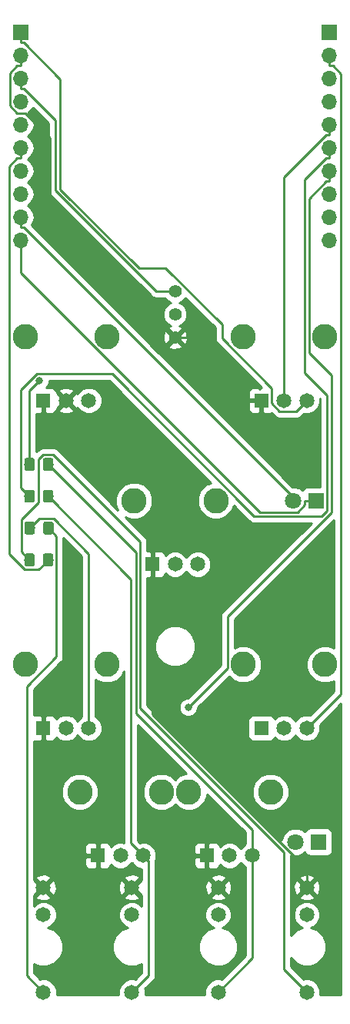
<source format=gtl>
G04 #@! TF.GenerationSoftware,KiCad,Pcbnew,(5.0.2)-1*
G04 #@! TF.CreationDate,2019-04-03T22:17:55+02:00*
G04 #@! TF.ProjectId,Corona_controlBoard,436f726f-6e61-45f6-936f-6e74726f6c42,1*
G04 #@! TF.SameCoordinates,Original*
G04 #@! TF.FileFunction,Copper,L1,Top*
G04 #@! TF.FilePolarity,Positive*
%FSLAX46Y46*%
G04 Gerber Fmt 4.6, Leading zero omitted, Abs format (unit mm)*
G04 Created by KiCad (PCBNEW (5.0.2)-1) date 3-4-2019 22:17:55*
%MOMM*%
%LPD*%
G01*
G04 APERTURE LIST*
G04 #@! TA.AperFunction,ComponentPad*
%ADD10C,1.648460*%
G04 #@! TD*
G04 #@! TA.AperFunction,ComponentPad*
%ADD11R,1.648460X1.648460*%
G04 #@! TD*
G04 #@! TA.AperFunction,ComponentPad*
%ADD12C,2.794000*%
G04 #@! TD*
G04 #@! TA.AperFunction,ComponentPad*
%ADD13C,1.422400*%
G04 #@! TD*
G04 #@! TA.AperFunction,ComponentPad*
%ADD14R,1.700000X1.700000*%
G04 #@! TD*
G04 #@! TA.AperFunction,ComponentPad*
%ADD15O,1.700000X1.700000*%
G04 #@! TD*
G04 #@! TA.AperFunction,ComponentPad*
%ADD16C,1.800000*%
G04 #@! TD*
G04 #@! TA.AperFunction,ComponentPad*
%ADD17R,1.800000X1.800000*%
G04 #@! TD*
G04 #@! TA.AperFunction,Conductor*
%ADD18C,0.100000*%
G04 #@! TD*
G04 #@! TA.AperFunction,SMDPad,CuDef*
%ADD19C,1.150000*%
G04 #@! TD*
G04 #@! TA.AperFunction,ViaPad*
%ADD20C,0.800000*%
G04 #@! TD*
G04 #@! TA.AperFunction,Conductor*
%ADD21C,0.250000*%
G04 #@! TD*
G04 #@! TA.AperFunction,Conductor*
%ADD22C,0.254000*%
G04 #@! TD*
G04 APERTURE END LIST*
D10*
G04 #@! TO.P,J_IN1,2*
G04 #@! TO.N,/gnd.cb*
X4500000Y-95500140D03*
G04 #@! TO.P,J_IN1,3*
G04 #@! TO.N,N/C*
X4500000Y-98502420D03*
G04 #@! TO.P,J_IN1,1*
G04 #@! TO.N,Net-(J_IN1-Pad1)*
X4500000Y-106998720D03*
G04 #@! TD*
G04 #@! TO.P,J_OUT1,1*
G04 #@! TO.N,Net-(J_OUT1-Pad1)*
X33500000Y-106998720D03*
G04 #@! TO.P,J_OUT1,3*
G04 #@! TO.N,N/C*
X33500000Y-98502420D03*
G04 #@! TO.P,J_OUT1,2*
G04 #@! TO.N,/gnd.cb*
X33500000Y-95500140D03*
G04 #@! TD*
D11*
G04 #@! TO.P,RV_FB1,1*
G04 #@! TO.N,/gnd.cb*
X28500640Y-41997700D03*
D10*
G04 #@! TO.P,RV_FB1,2*
G04 #@! TO.N,/fb.level.cb*
X31000000Y-41997700D03*
G04 #@! TO.P,RV_FB1,3*
G04 #@! TO.N,/+12V.cb*
X33499360Y-41997700D03*
D12*
G04 #@! TO.P,RV_FB1,CHASSIS1*
G04 #@! TO.N,N/C*
X26501660Y-35000000D03*
G04 #@! TO.P,RV_FB1,CHASSIS2*
X35498340Y-35000000D03*
G04 #@! TD*
D13*
G04 #@! TO.P,SW1,1*
G04 #@! TO.N,/gnd.cb*
X19000000Y-35040000D03*
G04 #@! TO.P,SW1,3*
G04 #@! TO.N,/-12V.cb*
X19000000Y-29960000D03*
G04 #@! TO.P,SW1,2*
G04 #@! TO.N,/tube.gnd.cb*
X19000000Y-32500000D03*
G04 #@! TD*
D12*
G04 #@! TO.P,RV_GAIN1,CHASSIS2*
G04 #@! TO.N,N/C*
X35498340Y-71000000D03*
G04 #@! TO.P,RV_GAIN1,CHASSIS1*
X26501660Y-71000000D03*
D10*
G04 #@! TO.P,RV_GAIN1,3*
G04 #@! TO.N,/R.gain.3.cb*
X33499360Y-77997700D03*
G04 #@! TO.P,RV_GAIN1,2*
X31000000Y-77997700D03*
D11*
G04 #@! TO.P,RV_GAIN1,1*
G04 #@! TO.N,/R.gain.1.cb*
X28500640Y-77997700D03*
G04 #@! TD*
D10*
G04 #@! TO.P,J_IN_DRV1,1*
G04 #@! TO.N,Net-(J_IN_DRV1-Pad1)*
X14250000Y-106998720D03*
G04 #@! TO.P,J_IN_DRV1,3*
G04 #@! TO.N,N/C*
X14250000Y-98502420D03*
G04 #@! TO.P,J_IN_DRV1,2*
G04 #@! TO.N,/gnd.cb*
X14250000Y-95500140D03*
G04 #@! TD*
G04 #@! TO.P,J_IN_FB1,2*
G04 #@! TO.N,/gnd.cb*
X23750000Y-95500140D03*
G04 #@! TO.P,J_IN_FB1,3*
G04 #@! TO.N,N/C*
X23750000Y-98502420D03*
G04 #@! TO.P,J_IN_FB1,1*
G04 #@! TO.N,Net-(J_IN_FB1-Pad1)*
X23750000Y-106998720D03*
G04 #@! TD*
D11*
G04 #@! TO.P,RV_DRV1,1*
G04 #@! TO.N,/gnd.cb*
X16500640Y-59997700D03*
D10*
G04 #@! TO.P,RV_DRV1,2*
G04 #@! TO.N,/drv.level.cb*
X19000000Y-59997700D03*
G04 #@! TO.P,RV_DRV1,3*
G04 #@! TO.N,/+12V.cb*
X21499360Y-59997700D03*
D12*
G04 #@! TO.P,RV_DRV1,CHASSIS1*
G04 #@! TO.N,N/C*
X14501660Y-53000000D03*
G04 #@! TO.P,RV_DRV1,CHASSIS2*
X23498340Y-53000000D03*
G04 #@! TD*
G04 #@! TO.P,RV_DRV_CV1,CHASSIS2*
G04 #@! TO.N,N/C*
X17498340Y-85000000D03*
G04 #@! TO.P,RV_DRV_CV1,CHASSIS1*
X8501660Y-85000000D03*
D10*
G04 #@! TO.P,RV_DRV_CV1,3*
G04 #@! TO.N,Net-(J_IN_DRV1-Pad1)*
X15499360Y-91997700D03*
G04 #@! TO.P,RV_DRV_CV1,2*
G04 #@! TO.N,/drv.cv.level.cb*
X13000000Y-91997700D03*
D11*
G04 #@! TO.P,RV_DRV_CV1,1*
G04 #@! TO.N,/gnd.cb*
X10500640Y-91997700D03*
G04 #@! TD*
D12*
G04 #@! TO.P,RV_FB_CV1,CHASSIS2*
G04 #@! TO.N,N/C*
X29498340Y-85000000D03*
G04 #@! TO.P,RV_FB_CV1,CHASSIS1*
X20501660Y-85000000D03*
D10*
G04 #@! TO.P,RV_FB_CV1,3*
G04 #@! TO.N,Net-(J_IN_FB1-Pad1)*
X27499360Y-91997700D03*
G04 #@! TO.P,RV_FB_CV1,2*
G04 #@! TO.N,/fb.cv.level.cb*
X25000000Y-91997700D03*
D11*
G04 #@! TO.P,RV_FB_CV1,1*
G04 #@! TO.N,/gnd.cb*
X22500640Y-91997700D03*
G04 #@! TD*
D12*
G04 #@! TO.P,RV_IN1,CHASSIS2*
G04 #@! TO.N,N/C*
X11498340Y-71000000D03*
G04 #@! TO.P,RV_IN1,CHASSIS1*
X2501660Y-71000000D03*
D10*
G04 #@! TO.P,RV_IN1,3*
G04 #@! TO.N,Net-(R4-Pad1)*
X9499360Y-77997700D03*
G04 #@! TO.P,RV_IN1,2*
G04 #@! TO.N,/audio.in.cb*
X7000000Y-77997700D03*
D11*
G04 #@! TO.P,RV_IN1,1*
G04 #@! TO.N,/gnd.cb*
X4500640Y-77997700D03*
G04 #@! TD*
G04 #@! TO.P,RV_TONE1,1*
G04 #@! TO.N,/gnd.cb*
X4500640Y-41997700D03*
D10*
G04 #@! TO.P,RV_TONE1,2*
X7000000Y-41997700D03*
G04 #@! TO.P,RV_TONE1,3*
G04 #@! TO.N,/tone.level.cb*
X9499360Y-41997700D03*
D12*
G04 #@! TO.P,RV_TONE1,CHASSIS1*
G04 #@! TO.N,N/C*
X2501660Y-35000000D03*
G04 #@! TO.P,RV_TONE1,CHASSIS2*
X11498340Y-35000000D03*
G04 #@! TD*
D14*
G04 #@! TO.P,J1,1*
G04 #@! TO.N,/+12V.cb*
X2000000Y-1500000D03*
D15*
G04 #@! TO.P,J1,2*
G04 #@! TO.N,/gnd.cb*
X2000000Y-4040000D03*
G04 #@! TO.P,J1,3*
G04 #@! TO.N,/-12V.cb*
X2000000Y-6580000D03*
G04 #@! TO.P,J1,4*
G04 #@! TO.N,N/C*
X2000000Y-9120000D03*
G04 #@! TO.P,J1,5*
G04 #@! TO.N,/audio.in.cb*
X2000000Y-11660000D03*
G04 #@! TO.P,J1,6*
G04 #@! TO.N,/audio.out.cb*
X2000000Y-14200000D03*
G04 #@! TO.P,J1,7*
G04 #@! TO.N,/led.clip.in.cb*
X2000000Y-16740000D03*
G04 #@! TO.P,J1,8*
G04 #@! TO.N,/led.clip.out.cb*
X2000000Y-19280000D03*
G04 #@! TO.P,J1,9*
G04 #@! TO.N,/led.fb.in.cb*
X2000000Y-21820000D03*
G04 #@! TO.P,J1,10*
G04 #@! TO.N,/led.fb.out.cb*
X2000000Y-24360000D03*
G04 #@! TD*
D16*
G04 #@! TO.P,D3,2*
G04 #@! TO.N,/led.fb.in.cb*
X31960000Y-53000000D03*
D17*
G04 #@! TO.P,D3,1*
G04 #@! TO.N,/led.fb.out.cb*
X34500000Y-53000000D03*
G04 #@! TD*
G04 #@! TO.P,D7,1*
G04 #@! TO.N,/led.clip.out.cb*
X34790000Y-90500000D03*
D16*
G04 #@! TO.P,D7,2*
G04 #@! TO.N,/led.clip.in.cb*
X32250000Y-90500000D03*
G04 #@! TD*
D18*
G04 #@! TO.N,/fb.cv.in.cb*
G04 #@! TO.C,R1*
G36*
X3324505Y-48301204D02*
X3348773Y-48304804D01*
X3372572Y-48310765D01*
X3395671Y-48319030D01*
X3417850Y-48329520D01*
X3438893Y-48342132D01*
X3458599Y-48356747D01*
X3476777Y-48373223D01*
X3493253Y-48391401D01*
X3507868Y-48411107D01*
X3520480Y-48432150D01*
X3530970Y-48454329D01*
X3539235Y-48477428D01*
X3545196Y-48501227D01*
X3548796Y-48525495D01*
X3550000Y-48549999D01*
X3550000Y-49450001D01*
X3548796Y-49474505D01*
X3545196Y-49498773D01*
X3539235Y-49522572D01*
X3530970Y-49545671D01*
X3520480Y-49567850D01*
X3507868Y-49588893D01*
X3493253Y-49608599D01*
X3476777Y-49626777D01*
X3458599Y-49643253D01*
X3438893Y-49657868D01*
X3417850Y-49670480D01*
X3395671Y-49680970D01*
X3372572Y-49689235D01*
X3348773Y-49695196D01*
X3324505Y-49698796D01*
X3300001Y-49700000D01*
X2649999Y-49700000D01*
X2625495Y-49698796D01*
X2601227Y-49695196D01*
X2577428Y-49689235D01*
X2554329Y-49680970D01*
X2532150Y-49670480D01*
X2511107Y-49657868D01*
X2491401Y-49643253D01*
X2473223Y-49626777D01*
X2456747Y-49608599D01*
X2442132Y-49588893D01*
X2429520Y-49567850D01*
X2419030Y-49545671D01*
X2410765Y-49522572D01*
X2404804Y-49498773D01*
X2401204Y-49474505D01*
X2400000Y-49450001D01*
X2400000Y-48549999D01*
X2401204Y-48525495D01*
X2404804Y-48501227D01*
X2410765Y-48477428D01*
X2419030Y-48454329D01*
X2429520Y-48432150D01*
X2442132Y-48411107D01*
X2456747Y-48391401D01*
X2473223Y-48373223D01*
X2491401Y-48356747D01*
X2511107Y-48342132D01*
X2532150Y-48329520D01*
X2554329Y-48319030D01*
X2577428Y-48310765D01*
X2601227Y-48304804D01*
X2625495Y-48301204D01*
X2649999Y-48300000D01*
X3300001Y-48300000D01*
X3324505Y-48301204D01*
X3324505Y-48301204D01*
G37*
D19*
G04 #@! TD*
G04 #@! TO.P,R1,1*
G04 #@! TO.N,/fb.cv.in.cb*
X2975000Y-49000000D03*
D18*
G04 #@! TO.N,Net-(J_IN_FB1-Pad1)*
G04 #@! TO.C,R1*
G36*
X5374505Y-48301204D02*
X5398773Y-48304804D01*
X5422572Y-48310765D01*
X5445671Y-48319030D01*
X5467850Y-48329520D01*
X5488893Y-48342132D01*
X5508599Y-48356747D01*
X5526777Y-48373223D01*
X5543253Y-48391401D01*
X5557868Y-48411107D01*
X5570480Y-48432150D01*
X5580970Y-48454329D01*
X5589235Y-48477428D01*
X5595196Y-48501227D01*
X5598796Y-48525495D01*
X5600000Y-48549999D01*
X5600000Y-49450001D01*
X5598796Y-49474505D01*
X5595196Y-49498773D01*
X5589235Y-49522572D01*
X5580970Y-49545671D01*
X5570480Y-49567850D01*
X5557868Y-49588893D01*
X5543253Y-49608599D01*
X5526777Y-49626777D01*
X5508599Y-49643253D01*
X5488893Y-49657868D01*
X5467850Y-49670480D01*
X5445671Y-49680970D01*
X5422572Y-49689235D01*
X5398773Y-49695196D01*
X5374505Y-49698796D01*
X5350001Y-49700000D01*
X4699999Y-49700000D01*
X4675495Y-49698796D01*
X4651227Y-49695196D01*
X4627428Y-49689235D01*
X4604329Y-49680970D01*
X4582150Y-49670480D01*
X4561107Y-49657868D01*
X4541401Y-49643253D01*
X4523223Y-49626777D01*
X4506747Y-49608599D01*
X4492132Y-49588893D01*
X4479520Y-49567850D01*
X4469030Y-49545671D01*
X4460765Y-49522572D01*
X4454804Y-49498773D01*
X4451204Y-49474505D01*
X4450000Y-49450001D01*
X4450000Y-48549999D01*
X4451204Y-48525495D01*
X4454804Y-48501227D01*
X4460765Y-48477428D01*
X4469030Y-48454329D01*
X4479520Y-48432150D01*
X4492132Y-48411107D01*
X4506747Y-48391401D01*
X4523223Y-48373223D01*
X4541401Y-48356747D01*
X4561107Y-48342132D01*
X4582150Y-48329520D01*
X4604329Y-48319030D01*
X4627428Y-48310765D01*
X4651227Y-48304804D01*
X4675495Y-48301204D01*
X4699999Y-48300000D01*
X5350001Y-48300000D01*
X5374505Y-48301204D01*
X5374505Y-48301204D01*
G37*
D19*
G04 #@! TD*
G04 #@! TO.P,R1,2*
G04 #@! TO.N,Net-(J_IN_FB1-Pad1)*
X5025000Y-49000000D03*
D18*
G04 #@! TO.N,/drv.cv.in.cb*
G04 #@! TO.C,R2*
G36*
X3324505Y-51801204D02*
X3348773Y-51804804D01*
X3372572Y-51810765D01*
X3395671Y-51819030D01*
X3417850Y-51829520D01*
X3438893Y-51842132D01*
X3458599Y-51856747D01*
X3476777Y-51873223D01*
X3493253Y-51891401D01*
X3507868Y-51911107D01*
X3520480Y-51932150D01*
X3530970Y-51954329D01*
X3539235Y-51977428D01*
X3545196Y-52001227D01*
X3548796Y-52025495D01*
X3550000Y-52049999D01*
X3550000Y-52950001D01*
X3548796Y-52974505D01*
X3545196Y-52998773D01*
X3539235Y-53022572D01*
X3530970Y-53045671D01*
X3520480Y-53067850D01*
X3507868Y-53088893D01*
X3493253Y-53108599D01*
X3476777Y-53126777D01*
X3458599Y-53143253D01*
X3438893Y-53157868D01*
X3417850Y-53170480D01*
X3395671Y-53180970D01*
X3372572Y-53189235D01*
X3348773Y-53195196D01*
X3324505Y-53198796D01*
X3300001Y-53200000D01*
X2649999Y-53200000D01*
X2625495Y-53198796D01*
X2601227Y-53195196D01*
X2577428Y-53189235D01*
X2554329Y-53180970D01*
X2532150Y-53170480D01*
X2511107Y-53157868D01*
X2491401Y-53143253D01*
X2473223Y-53126777D01*
X2456747Y-53108599D01*
X2442132Y-53088893D01*
X2429520Y-53067850D01*
X2419030Y-53045671D01*
X2410765Y-53022572D01*
X2404804Y-52998773D01*
X2401204Y-52974505D01*
X2400000Y-52950001D01*
X2400000Y-52049999D01*
X2401204Y-52025495D01*
X2404804Y-52001227D01*
X2410765Y-51977428D01*
X2419030Y-51954329D01*
X2429520Y-51932150D01*
X2442132Y-51911107D01*
X2456747Y-51891401D01*
X2473223Y-51873223D01*
X2491401Y-51856747D01*
X2511107Y-51842132D01*
X2532150Y-51829520D01*
X2554329Y-51819030D01*
X2577428Y-51810765D01*
X2601227Y-51804804D01*
X2625495Y-51801204D01*
X2649999Y-51800000D01*
X3300001Y-51800000D01*
X3324505Y-51801204D01*
X3324505Y-51801204D01*
G37*
D19*
G04 #@! TD*
G04 #@! TO.P,R2,1*
G04 #@! TO.N,/drv.cv.in.cb*
X2975000Y-52500000D03*
D18*
G04 #@! TO.N,Net-(J_IN_DRV1-Pad1)*
G04 #@! TO.C,R2*
G36*
X5374505Y-51801204D02*
X5398773Y-51804804D01*
X5422572Y-51810765D01*
X5445671Y-51819030D01*
X5467850Y-51829520D01*
X5488893Y-51842132D01*
X5508599Y-51856747D01*
X5526777Y-51873223D01*
X5543253Y-51891401D01*
X5557868Y-51911107D01*
X5570480Y-51932150D01*
X5580970Y-51954329D01*
X5589235Y-51977428D01*
X5595196Y-52001227D01*
X5598796Y-52025495D01*
X5600000Y-52049999D01*
X5600000Y-52950001D01*
X5598796Y-52974505D01*
X5595196Y-52998773D01*
X5589235Y-53022572D01*
X5580970Y-53045671D01*
X5570480Y-53067850D01*
X5557868Y-53088893D01*
X5543253Y-53108599D01*
X5526777Y-53126777D01*
X5508599Y-53143253D01*
X5488893Y-53157868D01*
X5467850Y-53170480D01*
X5445671Y-53180970D01*
X5422572Y-53189235D01*
X5398773Y-53195196D01*
X5374505Y-53198796D01*
X5350001Y-53200000D01*
X4699999Y-53200000D01*
X4675495Y-53198796D01*
X4651227Y-53195196D01*
X4627428Y-53189235D01*
X4604329Y-53180970D01*
X4582150Y-53170480D01*
X4561107Y-53157868D01*
X4541401Y-53143253D01*
X4523223Y-53126777D01*
X4506747Y-53108599D01*
X4492132Y-53088893D01*
X4479520Y-53067850D01*
X4469030Y-53045671D01*
X4460765Y-53022572D01*
X4454804Y-52998773D01*
X4451204Y-52974505D01*
X4450000Y-52950001D01*
X4450000Y-52049999D01*
X4451204Y-52025495D01*
X4454804Y-52001227D01*
X4460765Y-51977428D01*
X4469030Y-51954329D01*
X4479520Y-51932150D01*
X4492132Y-51911107D01*
X4506747Y-51891401D01*
X4523223Y-51873223D01*
X4541401Y-51856747D01*
X4561107Y-51842132D01*
X4582150Y-51829520D01*
X4604329Y-51819030D01*
X4627428Y-51810765D01*
X4651227Y-51804804D01*
X4675495Y-51801204D01*
X4699999Y-51800000D01*
X5350001Y-51800000D01*
X5374505Y-51801204D01*
X5374505Y-51801204D01*
G37*
D19*
G04 #@! TD*
G04 #@! TO.P,R2,2*
G04 #@! TO.N,Net-(J_IN_DRV1-Pad1)*
X5025000Y-52500000D03*
D18*
G04 #@! TO.N,Net-(R4-Pad1)*
G04 #@! TO.C,R4*
G36*
X3349505Y-55301204D02*
X3373773Y-55304804D01*
X3397572Y-55310765D01*
X3420671Y-55319030D01*
X3442850Y-55329520D01*
X3463893Y-55342132D01*
X3483599Y-55356747D01*
X3501777Y-55373223D01*
X3518253Y-55391401D01*
X3532868Y-55411107D01*
X3545480Y-55432150D01*
X3555970Y-55454329D01*
X3564235Y-55477428D01*
X3570196Y-55501227D01*
X3573796Y-55525495D01*
X3575000Y-55549999D01*
X3575000Y-56450001D01*
X3573796Y-56474505D01*
X3570196Y-56498773D01*
X3564235Y-56522572D01*
X3555970Y-56545671D01*
X3545480Y-56567850D01*
X3532868Y-56588893D01*
X3518253Y-56608599D01*
X3501777Y-56626777D01*
X3483599Y-56643253D01*
X3463893Y-56657868D01*
X3442850Y-56670480D01*
X3420671Y-56680970D01*
X3397572Y-56689235D01*
X3373773Y-56695196D01*
X3349505Y-56698796D01*
X3325001Y-56700000D01*
X2674999Y-56700000D01*
X2650495Y-56698796D01*
X2626227Y-56695196D01*
X2602428Y-56689235D01*
X2579329Y-56680970D01*
X2557150Y-56670480D01*
X2536107Y-56657868D01*
X2516401Y-56643253D01*
X2498223Y-56626777D01*
X2481747Y-56608599D01*
X2467132Y-56588893D01*
X2454520Y-56567850D01*
X2444030Y-56545671D01*
X2435765Y-56522572D01*
X2429804Y-56498773D01*
X2426204Y-56474505D01*
X2425000Y-56450001D01*
X2425000Y-55549999D01*
X2426204Y-55525495D01*
X2429804Y-55501227D01*
X2435765Y-55477428D01*
X2444030Y-55454329D01*
X2454520Y-55432150D01*
X2467132Y-55411107D01*
X2481747Y-55391401D01*
X2498223Y-55373223D01*
X2516401Y-55356747D01*
X2536107Y-55342132D01*
X2557150Y-55329520D01*
X2579329Y-55319030D01*
X2602428Y-55310765D01*
X2626227Y-55304804D01*
X2650495Y-55301204D01*
X2674999Y-55300000D01*
X3325001Y-55300000D01*
X3349505Y-55301204D01*
X3349505Y-55301204D01*
G37*
D19*
G04 #@! TD*
G04 #@! TO.P,R4,1*
G04 #@! TO.N,Net-(R4-Pad1)*
X3000000Y-56000000D03*
D18*
G04 #@! TO.N,Net-(J_IN1-Pad1)*
G04 #@! TO.C,R4*
G36*
X5399505Y-55301204D02*
X5423773Y-55304804D01*
X5447572Y-55310765D01*
X5470671Y-55319030D01*
X5492850Y-55329520D01*
X5513893Y-55342132D01*
X5533599Y-55356747D01*
X5551777Y-55373223D01*
X5568253Y-55391401D01*
X5582868Y-55411107D01*
X5595480Y-55432150D01*
X5605970Y-55454329D01*
X5614235Y-55477428D01*
X5620196Y-55501227D01*
X5623796Y-55525495D01*
X5625000Y-55549999D01*
X5625000Y-56450001D01*
X5623796Y-56474505D01*
X5620196Y-56498773D01*
X5614235Y-56522572D01*
X5605970Y-56545671D01*
X5595480Y-56567850D01*
X5582868Y-56588893D01*
X5568253Y-56608599D01*
X5551777Y-56626777D01*
X5533599Y-56643253D01*
X5513893Y-56657868D01*
X5492850Y-56670480D01*
X5470671Y-56680970D01*
X5447572Y-56689235D01*
X5423773Y-56695196D01*
X5399505Y-56698796D01*
X5375001Y-56700000D01*
X4724999Y-56700000D01*
X4700495Y-56698796D01*
X4676227Y-56695196D01*
X4652428Y-56689235D01*
X4629329Y-56680970D01*
X4607150Y-56670480D01*
X4586107Y-56657868D01*
X4566401Y-56643253D01*
X4548223Y-56626777D01*
X4531747Y-56608599D01*
X4517132Y-56588893D01*
X4504520Y-56567850D01*
X4494030Y-56545671D01*
X4485765Y-56522572D01*
X4479804Y-56498773D01*
X4476204Y-56474505D01*
X4475000Y-56450001D01*
X4475000Y-55549999D01*
X4476204Y-55525495D01*
X4479804Y-55501227D01*
X4485765Y-55477428D01*
X4494030Y-55454329D01*
X4504520Y-55432150D01*
X4517132Y-55411107D01*
X4531747Y-55391401D01*
X4548223Y-55373223D01*
X4566401Y-55356747D01*
X4586107Y-55342132D01*
X4607150Y-55329520D01*
X4629329Y-55319030D01*
X4652428Y-55310765D01*
X4676227Y-55304804D01*
X4700495Y-55301204D01*
X4724999Y-55300000D01*
X5375001Y-55300000D01*
X5399505Y-55301204D01*
X5399505Y-55301204D01*
G37*
D19*
G04 #@! TD*
G04 #@! TO.P,R4,2*
G04 #@! TO.N,Net-(J_IN1-Pad1)*
X5050000Y-56000000D03*
D18*
G04 #@! TO.N,/audio.out.cb*
G04 #@! TO.C,R5*
G36*
X5374505Y-58801204D02*
X5398773Y-58804804D01*
X5422572Y-58810765D01*
X5445671Y-58819030D01*
X5467850Y-58829520D01*
X5488893Y-58842132D01*
X5508599Y-58856747D01*
X5526777Y-58873223D01*
X5543253Y-58891401D01*
X5557868Y-58911107D01*
X5570480Y-58932150D01*
X5580970Y-58954329D01*
X5589235Y-58977428D01*
X5595196Y-59001227D01*
X5598796Y-59025495D01*
X5600000Y-59049999D01*
X5600000Y-59950001D01*
X5598796Y-59974505D01*
X5595196Y-59998773D01*
X5589235Y-60022572D01*
X5580970Y-60045671D01*
X5570480Y-60067850D01*
X5557868Y-60088893D01*
X5543253Y-60108599D01*
X5526777Y-60126777D01*
X5508599Y-60143253D01*
X5488893Y-60157868D01*
X5467850Y-60170480D01*
X5445671Y-60180970D01*
X5422572Y-60189235D01*
X5398773Y-60195196D01*
X5374505Y-60198796D01*
X5350001Y-60200000D01*
X4699999Y-60200000D01*
X4675495Y-60198796D01*
X4651227Y-60195196D01*
X4627428Y-60189235D01*
X4604329Y-60180970D01*
X4582150Y-60170480D01*
X4561107Y-60157868D01*
X4541401Y-60143253D01*
X4523223Y-60126777D01*
X4506747Y-60108599D01*
X4492132Y-60088893D01*
X4479520Y-60067850D01*
X4469030Y-60045671D01*
X4460765Y-60022572D01*
X4454804Y-59998773D01*
X4451204Y-59974505D01*
X4450000Y-59950001D01*
X4450000Y-59049999D01*
X4451204Y-59025495D01*
X4454804Y-59001227D01*
X4460765Y-58977428D01*
X4469030Y-58954329D01*
X4479520Y-58932150D01*
X4492132Y-58911107D01*
X4506747Y-58891401D01*
X4523223Y-58873223D01*
X4541401Y-58856747D01*
X4561107Y-58842132D01*
X4582150Y-58829520D01*
X4604329Y-58819030D01*
X4627428Y-58810765D01*
X4651227Y-58804804D01*
X4675495Y-58801204D01*
X4699999Y-58800000D01*
X5350001Y-58800000D01*
X5374505Y-58801204D01*
X5374505Y-58801204D01*
G37*
D19*
G04 #@! TD*
G04 #@! TO.P,R5,2*
G04 #@! TO.N,/audio.out.cb*
X5025000Y-59500000D03*
D18*
G04 #@! TO.N,Net-(J_OUT1-Pad1)*
G04 #@! TO.C,R5*
G36*
X3324505Y-58801204D02*
X3348773Y-58804804D01*
X3372572Y-58810765D01*
X3395671Y-58819030D01*
X3417850Y-58829520D01*
X3438893Y-58842132D01*
X3458599Y-58856747D01*
X3476777Y-58873223D01*
X3493253Y-58891401D01*
X3507868Y-58911107D01*
X3520480Y-58932150D01*
X3530970Y-58954329D01*
X3539235Y-58977428D01*
X3545196Y-59001227D01*
X3548796Y-59025495D01*
X3550000Y-59049999D01*
X3550000Y-59950001D01*
X3548796Y-59974505D01*
X3545196Y-59998773D01*
X3539235Y-60022572D01*
X3530970Y-60045671D01*
X3520480Y-60067850D01*
X3507868Y-60088893D01*
X3493253Y-60108599D01*
X3476777Y-60126777D01*
X3458599Y-60143253D01*
X3438893Y-60157868D01*
X3417850Y-60170480D01*
X3395671Y-60180970D01*
X3372572Y-60189235D01*
X3348773Y-60195196D01*
X3324505Y-60198796D01*
X3300001Y-60200000D01*
X2649999Y-60200000D01*
X2625495Y-60198796D01*
X2601227Y-60195196D01*
X2577428Y-60189235D01*
X2554329Y-60180970D01*
X2532150Y-60170480D01*
X2511107Y-60157868D01*
X2491401Y-60143253D01*
X2473223Y-60126777D01*
X2456747Y-60108599D01*
X2442132Y-60088893D01*
X2429520Y-60067850D01*
X2419030Y-60045671D01*
X2410765Y-60022572D01*
X2404804Y-59998773D01*
X2401204Y-59974505D01*
X2400000Y-59950001D01*
X2400000Y-59049999D01*
X2401204Y-59025495D01*
X2404804Y-59001227D01*
X2410765Y-58977428D01*
X2419030Y-58954329D01*
X2429520Y-58932150D01*
X2442132Y-58911107D01*
X2456747Y-58891401D01*
X2473223Y-58873223D01*
X2491401Y-58856747D01*
X2511107Y-58842132D01*
X2532150Y-58829520D01*
X2554329Y-58819030D01*
X2577428Y-58810765D01*
X2601227Y-58804804D01*
X2625495Y-58801204D01*
X2649999Y-58800000D01*
X3300001Y-58800000D01*
X3324505Y-58801204D01*
X3324505Y-58801204D01*
G37*
D19*
G04 #@! TD*
G04 #@! TO.P,R5,1*
G04 #@! TO.N,Net-(J_OUT1-Pad1)*
X2975000Y-59500000D03*
D14*
G04 #@! TO.P,J2,1*
G04 #@! TO.N,/R.gain.1.cb*
X36000000Y-1500000D03*
D15*
G04 #@! TO.P,J2,2*
G04 #@! TO.N,/R.gain.3.cb*
X36000000Y-4040000D03*
G04 #@! TO.P,J2,3*
G04 #@! TO.N,/fb.cv.in.cb*
X36000000Y-6580000D03*
G04 #@! TO.P,J2,4*
G04 #@! TO.N,/fb.cv.level.cb*
X36000000Y-9120000D03*
G04 #@! TO.P,J2,5*
G04 #@! TO.N,/fb.level.cb*
X36000000Y-11660000D03*
G04 #@! TO.P,J2,6*
G04 #@! TO.N,/drv.cv.in.cb*
X36000000Y-14200000D03*
G04 #@! TO.P,J2,7*
G04 #@! TO.N,/drv.cv.level.cb*
X36000000Y-16740000D03*
G04 #@! TO.P,J2,8*
G04 #@! TO.N,/drv.level.cb*
X36000000Y-19280000D03*
G04 #@! TO.P,J2,9*
G04 #@! TO.N,/tone.level.cb*
X36000000Y-21820000D03*
G04 #@! TO.P,J2,10*
G04 #@! TO.N,/tube.gnd.cb*
X36000000Y-24360000D03*
G04 #@! TD*
D20*
G04 #@! TO.N,/fb.cv.in.cb*
X4078100Y-39821400D03*
G04 #@! TO.N,/drv.cv.level.cb*
X20456000Y-75707400D03*
G04 #@! TD*
D21*
G04 #@! TO.N,Net-(J_IN1-Pad1)*
X5050000Y-56000000D02*
X5926400Y-56876400D01*
X5926400Y-56876400D02*
X5926400Y-70147000D01*
X5926400Y-70147000D02*
X2664500Y-73408900D01*
X2664500Y-73408900D02*
X2664500Y-105163200D01*
X2664500Y-105163200D02*
X4500000Y-106998700D01*
G04 #@! TO.N,Net-(J_OUT1-Pad1)*
X2975000Y-59500000D02*
X2095400Y-58620400D01*
X2095400Y-58620400D02*
X2095400Y-55082100D01*
X2095400Y-55082100D02*
X4001400Y-53176100D01*
X4001400Y-53176100D02*
X4001400Y-48427000D01*
X4001400Y-48427000D02*
X4484000Y-47944400D01*
X4484000Y-47944400D02*
X5588600Y-47944400D01*
X5588600Y-47944400D02*
X15182200Y-57538000D01*
X15182200Y-57538000D02*
X15182200Y-75802000D01*
X15182200Y-75802000D02*
X30972000Y-91591800D01*
X30972000Y-91591800D02*
X30972000Y-104470700D01*
X30972000Y-104470700D02*
X33500000Y-106998700D01*
G04 #@! TO.N,/led.fb.out.cb*
X34500000Y-53000000D02*
X33274700Y-53000000D01*
X33274700Y-53000000D02*
X33274700Y-53459500D01*
X33274700Y-53459500D02*
X32476800Y-54257400D01*
X32476800Y-54257400D02*
X28319900Y-54257400D01*
X28319900Y-54257400D02*
X2000000Y-27937500D01*
X2000000Y-27937500D02*
X2000000Y-24360000D01*
G04 #@! TO.N,/led.fb.in.cb*
X2000000Y-21820000D02*
X2000000Y-22995300D01*
X31960000Y-53000000D02*
X31960000Y-52588000D01*
X31960000Y-52588000D02*
X2367300Y-22995300D01*
X2367300Y-22995300D02*
X2000000Y-22995300D01*
G04 #@! TO.N,/+12V.cb*
X33499400Y-41997700D02*
X32343700Y-43153400D01*
X32343700Y-43153400D02*
X30507000Y-43153400D01*
X30507000Y-43153400D02*
X29650200Y-42296600D01*
X29650200Y-42296600D02*
X29650200Y-40614400D01*
X29650200Y-40614400D02*
X24174000Y-35138200D01*
X24174000Y-35138200D02*
X24174000Y-33666000D01*
X24174000Y-33666000D02*
X17962900Y-27454900D01*
X17962900Y-27454900D02*
X15031200Y-27454900D01*
X15031200Y-27454900D02*
X6361400Y-18785100D01*
X6361400Y-18785100D02*
X6361400Y-6669400D01*
X6361400Y-6669400D02*
X2367300Y-2675300D01*
X2367300Y-2675300D02*
X2000000Y-2675300D01*
X2000000Y-1500000D02*
X2000000Y-2675300D01*
G04 #@! TO.N,/gnd.cb*
X28500600Y-41997700D02*
X27351100Y-41997700D01*
X27351100Y-41997700D02*
X20393400Y-35040000D01*
X20393400Y-35040000D02*
X19000000Y-35040000D01*
X2000000Y-5215300D02*
X1632700Y-5215300D01*
X1632700Y-5215300D02*
X797900Y-6050100D01*
X797900Y-6050100D02*
X797900Y-9580700D01*
X797900Y-9580700D02*
X1607200Y-10390000D01*
X1607200Y-10390000D02*
X2489400Y-10390000D01*
X2489400Y-10390000D02*
X5258200Y-13158800D01*
X5258200Y-13158800D02*
X5258200Y-21298200D01*
X5258200Y-21298200D02*
X19000000Y-35040000D01*
X8002400Y-91997700D02*
X4500000Y-95500100D01*
X10500600Y-91997700D02*
X8002400Y-91997700D01*
X4500600Y-77997700D02*
X4500600Y-88495900D01*
X4500600Y-88495900D02*
X8002400Y-91997700D01*
X16500600Y-59997700D02*
X16500600Y-61147200D01*
X16500600Y-61147200D02*
X16500600Y-76483500D01*
X16500600Y-76483500D02*
X33500000Y-93482900D01*
X33500000Y-93482900D02*
X33500000Y-95500100D01*
X2000000Y-4040000D02*
X2000000Y-5215300D01*
G04 #@! TO.N,/audio.out.cb*
X2000000Y-14200000D02*
X2000000Y-15375300D01*
X5025000Y-59500000D02*
X3949000Y-60576000D01*
X3949000Y-60576000D02*
X2457100Y-60576000D01*
X2457100Y-60576000D02*
X776700Y-58895600D01*
X776700Y-58895600D02*
X776700Y-16233300D01*
X776700Y-16233300D02*
X1634700Y-15375300D01*
X1634700Y-15375300D02*
X2000000Y-15375300D01*
G04 #@! TO.N,/R.gain.3.cb*
X36000000Y-4040000D02*
X36000000Y-5215300D01*
X36000000Y-5215300D02*
X36367300Y-5215300D01*
X36367300Y-5215300D02*
X37251600Y-6099600D01*
X37251600Y-6099600D02*
X37251600Y-74245500D01*
X37251600Y-74245500D02*
X33499400Y-77997700D01*
G04 #@! TO.N,/fb.cv.in.cb*
X2975000Y-49000000D02*
X2975000Y-40924500D01*
X2975000Y-40924500D02*
X4078100Y-39821400D01*
G04 #@! TO.N,/fb.level.cb*
X36000000Y-11660000D02*
X36000000Y-12835300D01*
X36000000Y-12835300D02*
X35632700Y-12835300D01*
X35632700Y-12835300D02*
X31000000Y-17468000D01*
X31000000Y-17468000D02*
X31000000Y-41997700D01*
G04 #@! TO.N,/drv.cv.in.cb*
X36000000Y-15375300D02*
X35632700Y-15375300D01*
X35632700Y-15375300D02*
X33298000Y-17710000D01*
X33298000Y-17710000D02*
X33298000Y-38997600D01*
X33298000Y-38997600D02*
X35733400Y-41433000D01*
X35733400Y-41433000D02*
X35733400Y-54111400D01*
X35733400Y-54111400D02*
X35137000Y-54707800D01*
X35137000Y-54707800D02*
X27691700Y-54707800D01*
X27691700Y-54707800D02*
X12063900Y-39080000D01*
X12063900Y-39080000D02*
X3793800Y-39080000D01*
X3793800Y-39080000D02*
X2047600Y-40826200D01*
X2047600Y-40826200D02*
X2047600Y-51572600D01*
X2047600Y-51572600D02*
X2975000Y-52500000D01*
X36000000Y-14200000D02*
X36000000Y-15375300D01*
G04 #@! TO.N,/drv.cv.level.cb*
X36000000Y-16740000D02*
X36000000Y-17915300D01*
X36000000Y-17915300D02*
X35632700Y-17915300D01*
X35632700Y-17915300D02*
X33758300Y-19789700D01*
X33758300Y-19789700D02*
X33758300Y-36786100D01*
X33758300Y-36786100D02*
X36199700Y-39227500D01*
X36199700Y-39227500D02*
X36199700Y-54323200D01*
X36199700Y-54323200D02*
X24779300Y-65743600D01*
X24779300Y-65743600D02*
X24779300Y-71384100D01*
X24779300Y-71384100D02*
X20456000Y-75707400D01*
G04 #@! TO.N,Net-(J_IN_DRV1-Pad1)*
X5025000Y-52500000D02*
X14149600Y-61624600D01*
X14149600Y-61624600D02*
X14149600Y-90647900D01*
X14149600Y-90647900D02*
X15499400Y-91997700D01*
X15499400Y-91997700D02*
X16100600Y-92598900D01*
X16100600Y-92598900D02*
X16100600Y-105148100D01*
X16100600Y-105148100D02*
X14250000Y-106998700D01*
G04 #@! TO.N,Net-(J_IN_FB1-Pad1)*
X5025000Y-49000000D02*
X14731900Y-58706900D01*
X14731900Y-58706900D02*
X14731900Y-76368600D01*
X14731900Y-76368600D02*
X27499400Y-89136100D01*
X27499400Y-89136100D02*
X27499400Y-91997700D01*
X27499400Y-91997700D02*
X27499400Y-103249300D01*
X27499400Y-103249300D02*
X23750000Y-106998700D01*
G04 #@! TO.N,Net-(R4-Pad1)*
X3000000Y-56000000D02*
X4043700Y-54956300D01*
X4043700Y-54956300D02*
X5620200Y-54956300D01*
X5620200Y-54956300D02*
X9499400Y-58835500D01*
X9499400Y-58835500D02*
X9499400Y-77997700D01*
G04 #@! TO.N,/-12V.cb*
X19000000Y-29960000D02*
X16899300Y-29960000D01*
X16899300Y-29960000D02*
X5795200Y-18855900D01*
X5795200Y-18855900D02*
X5795200Y-11183200D01*
X5795200Y-11183200D02*
X2367300Y-7755300D01*
X2367300Y-7755300D02*
X2000000Y-7755300D01*
X2000000Y-6580000D02*
X2000000Y-7755300D01*
G04 #@! TD*
D22*
G04 #@! TO.N,/gnd.cb*
G36*
X22940671Y-51031573D02*
X22347305Y-51277354D01*
X21775694Y-51848965D01*
X21466340Y-52595810D01*
X21466340Y-53404190D01*
X21775694Y-54151035D01*
X22347305Y-54722646D01*
X23094150Y-55032000D01*
X23902530Y-55032000D01*
X24649375Y-54722646D01*
X25220986Y-54151035D01*
X25466767Y-53557669D01*
X27101371Y-55192273D01*
X27143771Y-55255729D01*
X27207227Y-55298129D01*
X27395162Y-55423704D01*
X27443305Y-55433280D01*
X27616848Y-55467800D01*
X27616852Y-55467800D01*
X27691700Y-55482688D01*
X27766548Y-55467800D01*
X33980298Y-55467800D01*
X24294830Y-65153269D01*
X24231371Y-65195671D01*
X24063396Y-65447064D01*
X24019300Y-65668749D01*
X24019300Y-65668753D01*
X24004412Y-65743600D01*
X24019300Y-65818447D01*
X24019301Y-71069296D01*
X20416199Y-74672400D01*
X20250126Y-74672400D01*
X19869720Y-74829969D01*
X19578569Y-75121120D01*
X19421000Y-75501526D01*
X19421000Y-75913274D01*
X19578569Y-76293680D01*
X19869720Y-76584831D01*
X20250126Y-76742400D01*
X20661874Y-76742400D01*
X21042280Y-76584831D01*
X21333431Y-76293680D01*
X21491000Y-75913274D01*
X21491000Y-75747201D01*
X24933091Y-72305112D01*
X25350625Y-72722646D01*
X26097470Y-73032000D01*
X26905850Y-73032000D01*
X27652695Y-72722646D01*
X28224306Y-72151035D01*
X28533660Y-71404190D01*
X28533660Y-70595810D01*
X28224306Y-69848965D01*
X27652695Y-69277354D01*
X26905850Y-68968000D01*
X26097470Y-68968000D01*
X25539300Y-69199202D01*
X25539300Y-66058401D01*
X36491601Y-55106101D01*
X36491601Y-69212002D01*
X35902530Y-68968000D01*
X35094150Y-68968000D01*
X34347305Y-69277354D01*
X33775694Y-69848965D01*
X33466340Y-70595810D01*
X33466340Y-71404190D01*
X33775694Y-72151035D01*
X34347305Y-72722646D01*
X35094150Y-73032000D01*
X35902530Y-73032000D01*
X36491601Y-72787998D01*
X36491601Y-73930697D01*
X33856235Y-76566063D01*
X33789619Y-76538470D01*
X33209101Y-76538470D01*
X32672773Y-76760625D01*
X32262285Y-77171113D01*
X32249680Y-77201544D01*
X32237075Y-77171113D01*
X31826587Y-76760625D01*
X31290259Y-76538470D01*
X30709741Y-76538470D01*
X30173413Y-76760625D01*
X29937180Y-76996858D01*
X29923027Y-76925705D01*
X29782679Y-76715661D01*
X29572635Y-76575313D01*
X29324870Y-76526030D01*
X27676410Y-76526030D01*
X27428645Y-76575313D01*
X27218601Y-76715661D01*
X27078253Y-76925705D01*
X27028970Y-77173470D01*
X27028970Y-78821930D01*
X27078253Y-79069695D01*
X27218601Y-79279739D01*
X27428645Y-79420087D01*
X27676410Y-79469370D01*
X29324870Y-79469370D01*
X29572635Y-79420087D01*
X29782679Y-79279739D01*
X29923027Y-79069695D01*
X29937180Y-78998542D01*
X30173413Y-79234775D01*
X30709741Y-79456930D01*
X31290259Y-79456930D01*
X31826587Y-79234775D01*
X32237075Y-78824287D01*
X32249680Y-78793856D01*
X32262285Y-78824287D01*
X32672773Y-79234775D01*
X33209101Y-79456930D01*
X33789619Y-79456930D01*
X34325947Y-79234775D01*
X34736435Y-78824287D01*
X34958590Y-78287959D01*
X34958590Y-77707441D01*
X34931020Y-77640881D01*
X37265001Y-75306901D01*
X37265001Y-107265000D01*
X34959230Y-107265000D01*
X34959230Y-106708461D01*
X34737075Y-106172133D01*
X34326587Y-105761645D01*
X33790259Y-105539490D01*
X33209741Y-105539490D01*
X33143167Y-105567066D01*
X31732000Y-104155899D01*
X31732000Y-103251346D01*
X32290620Y-103809966D01*
X33075322Y-104135000D01*
X33924678Y-104135000D01*
X34709380Y-103809966D01*
X35309966Y-103209380D01*
X35635000Y-102424678D01*
X35635000Y-101575322D01*
X35309966Y-100790620D01*
X34709380Y-100190034D01*
X33974135Y-99885486D01*
X34326587Y-99739495D01*
X34737075Y-99329007D01*
X34959230Y-98792679D01*
X34959230Y-98212161D01*
X34737075Y-97675833D01*
X34326587Y-97265345D01*
X33790259Y-97043190D01*
X33209741Y-97043190D01*
X32673413Y-97265345D01*
X32262925Y-97675833D01*
X32040770Y-98212161D01*
X32040770Y-98792679D01*
X32262925Y-99329007D01*
X32673413Y-99739495D01*
X33025865Y-99885486D01*
X32290620Y-100190034D01*
X31732000Y-100748654D01*
X31732000Y-96525435D01*
X32654310Y-96525435D01*
X32731419Y-96774066D01*
X33277435Y-96971217D01*
X33857334Y-96944410D01*
X34268581Y-96774066D01*
X34345690Y-96525435D01*
X33500000Y-95679745D01*
X32654310Y-96525435D01*
X31732000Y-96525435D01*
X31732000Y-95277575D01*
X32028923Y-95277575D01*
X32055730Y-95857474D01*
X32226074Y-96268721D01*
X32474705Y-96345830D01*
X33320395Y-95500140D01*
X33679605Y-95500140D01*
X34525295Y-96345830D01*
X34773926Y-96268721D01*
X34971077Y-95722705D01*
X34944270Y-95142806D01*
X34773926Y-94731559D01*
X34525295Y-94654450D01*
X33679605Y-95500140D01*
X33320395Y-95500140D01*
X32474705Y-94654450D01*
X32226074Y-94731559D01*
X32028923Y-95277575D01*
X31732000Y-95277575D01*
X31732000Y-94474845D01*
X32654310Y-94474845D01*
X33500000Y-95320535D01*
X34345690Y-94474845D01*
X34268581Y-94226214D01*
X33722565Y-94029063D01*
X33142666Y-94055870D01*
X32731419Y-94226214D01*
X32654310Y-94474845D01*
X31732000Y-94474845D01*
X31732000Y-91946909D01*
X31944670Y-92035000D01*
X32555330Y-92035000D01*
X33119507Y-91801310D01*
X33288725Y-91632092D01*
X33291843Y-91647765D01*
X33432191Y-91857809D01*
X33642235Y-91998157D01*
X33890000Y-92047440D01*
X35690000Y-92047440D01*
X35937765Y-91998157D01*
X36147809Y-91857809D01*
X36288157Y-91647765D01*
X36337440Y-91400000D01*
X36337440Y-89600000D01*
X36288157Y-89352235D01*
X36147809Y-89142191D01*
X35937765Y-89001843D01*
X35690000Y-88952560D01*
X33890000Y-88952560D01*
X33642235Y-89001843D01*
X33432191Y-89142191D01*
X33291843Y-89352235D01*
X33288725Y-89367908D01*
X33119507Y-89198690D01*
X32555330Y-88965000D01*
X31944670Y-88965000D01*
X31380493Y-89198690D01*
X30948690Y-89630493D01*
X30715000Y-90194670D01*
X30715000Y-90259997D01*
X25050813Y-84595810D01*
X27466340Y-84595810D01*
X27466340Y-85404190D01*
X27775694Y-86151035D01*
X28347305Y-86722646D01*
X29094150Y-87032000D01*
X29902530Y-87032000D01*
X30649375Y-86722646D01*
X31220986Y-86151035D01*
X31530340Y-85404190D01*
X31530340Y-84595810D01*
X31220986Y-83848965D01*
X30649375Y-83277354D01*
X29902530Y-82968000D01*
X29094150Y-82968000D01*
X28347305Y-83277354D01*
X27775694Y-83848965D01*
X27466340Y-84595810D01*
X25050813Y-84595810D01*
X15942200Y-75487199D01*
X15942200Y-68555431D01*
X16765000Y-68555431D01*
X16765000Y-69444569D01*
X17105259Y-70266026D01*
X17733974Y-70894741D01*
X18555431Y-71235000D01*
X19444569Y-71235000D01*
X20266026Y-70894741D01*
X20894741Y-70266026D01*
X21235000Y-69444569D01*
X21235000Y-68555431D01*
X20894741Y-67733974D01*
X20266026Y-67105259D01*
X19444569Y-66765000D01*
X18555431Y-66765000D01*
X17733974Y-67105259D01*
X17105259Y-67733974D01*
X16765000Y-68555431D01*
X15942200Y-68555431D01*
X15942200Y-61456930D01*
X16214890Y-61456930D01*
X16373640Y-61298180D01*
X16373640Y-60124700D01*
X16353640Y-60124700D01*
X16353640Y-59870700D01*
X16373640Y-59870700D01*
X16373640Y-58697220D01*
X16627640Y-58697220D01*
X16627640Y-59870700D01*
X16647640Y-59870700D01*
X16647640Y-60124700D01*
X16627640Y-60124700D01*
X16627640Y-61298180D01*
X16786390Y-61456930D01*
X17451179Y-61456930D01*
X17684568Y-61360257D01*
X17863197Y-61181629D01*
X17938491Y-60999853D01*
X18173413Y-61234775D01*
X18709741Y-61456930D01*
X19290259Y-61456930D01*
X19826587Y-61234775D01*
X20237075Y-60824287D01*
X20249680Y-60793856D01*
X20262285Y-60824287D01*
X20672773Y-61234775D01*
X21209101Y-61456930D01*
X21789619Y-61456930D01*
X22325947Y-61234775D01*
X22736435Y-60824287D01*
X22958590Y-60287959D01*
X22958590Y-59707441D01*
X22736435Y-59171113D01*
X22325947Y-58760625D01*
X21789619Y-58538470D01*
X21209101Y-58538470D01*
X20672773Y-58760625D01*
X20262285Y-59171113D01*
X20249680Y-59201544D01*
X20237075Y-59171113D01*
X19826587Y-58760625D01*
X19290259Y-58538470D01*
X18709741Y-58538470D01*
X18173413Y-58760625D01*
X17938491Y-58995547D01*
X17863197Y-58813771D01*
X17684568Y-58635143D01*
X17451179Y-58538470D01*
X16786390Y-58538470D01*
X16627640Y-58697220D01*
X16373640Y-58697220D01*
X16214890Y-58538470D01*
X15942200Y-58538470D01*
X15942200Y-57612846D01*
X15957088Y-57537999D01*
X15942200Y-57463152D01*
X15942200Y-57463148D01*
X15898104Y-57241463D01*
X15730129Y-56990071D01*
X15666673Y-56947671D01*
X13506011Y-54787009D01*
X14097470Y-55032000D01*
X14905850Y-55032000D01*
X15652695Y-54722646D01*
X16224306Y-54151035D01*
X16533660Y-53404190D01*
X16533660Y-52595810D01*
X16224306Y-51848965D01*
X15652695Y-51277354D01*
X14905850Y-50968000D01*
X14097470Y-50968000D01*
X13350625Y-51277354D01*
X12779014Y-51848965D01*
X12469660Y-52595810D01*
X12469660Y-53404190D01*
X12714651Y-53995649D01*
X6178931Y-47459930D01*
X6136529Y-47396471D01*
X5885137Y-47228496D01*
X5663452Y-47184400D01*
X5663447Y-47184400D01*
X5588600Y-47169512D01*
X5513753Y-47184400D01*
X4558846Y-47184400D01*
X4483999Y-47169512D01*
X4409152Y-47184400D01*
X4409148Y-47184400D01*
X4187463Y-47228496D01*
X3936071Y-47396471D01*
X3893671Y-47459928D01*
X3735000Y-47618598D01*
X3735000Y-43456930D01*
X4214890Y-43456930D01*
X4373640Y-43298180D01*
X4373640Y-42124700D01*
X4353640Y-42124700D01*
X4353640Y-41870700D01*
X4373640Y-41870700D01*
X4373640Y-41850700D01*
X4627640Y-41850700D01*
X4627640Y-41870700D01*
X4647640Y-41870700D01*
X4647640Y-42124700D01*
X4627640Y-42124700D01*
X4627640Y-43298180D01*
X4786390Y-43456930D01*
X5451179Y-43456930D01*
X5684568Y-43360257D01*
X5863197Y-43181629D01*
X5928905Y-43022995D01*
X6154310Y-43022995D01*
X6231419Y-43271626D01*
X6777435Y-43468777D01*
X7357334Y-43441970D01*
X7768581Y-43271626D01*
X7845690Y-43022995D01*
X7000000Y-42177305D01*
X6154310Y-43022995D01*
X5928905Y-43022995D01*
X5959870Y-42948240D01*
X5959870Y-42838789D01*
X5974705Y-42843390D01*
X6820395Y-41997700D01*
X7179605Y-41997700D01*
X8025295Y-42843390D01*
X8242318Y-42776084D01*
X8262285Y-42824287D01*
X8672773Y-43234775D01*
X9209101Y-43456930D01*
X9789619Y-43456930D01*
X10325947Y-43234775D01*
X10736435Y-42824287D01*
X10958590Y-42287959D01*
X10958590Y-41707441D01*
X10736435Y-41171113D01*
X10325947Y-40760625D01*
X9789619Y-40538470D01*
X9209101Y-40538470D01*
X8672773Y-40760625D01*
X8262285Y-41171113D01*
X8242318Y-41219316D01*
X8025295Y-41152010D01*
X7179605Y-41997700D01*
X6820395Y-41997700D01*
X5974705Y-41152010D01*
X5959870Y-41156611D01*
X5959870Y-41047160D01*
X5928906Y-40972405D01*
X6154310Y-40972405D01*
X7000000Y-41818095D01*
X7845690Y-40972405D01*
X7768581Y-40723774D01*
X7222565Y-40526623D01*
X6642666Y-40553430D01*
X6231419Y-40723774D01*
X6154310Y-40972405D01*
X5928906Y-40972405D01*
X5863197Y-40813771D01*
X5684568Y-40635143D01*
X5451179Y-40538470D01*
X4824741Y-40538470D01*
X4955531Y-40407680D01*
X5113100Y-40027274D01*
X5113100Y-39840000D01*
X11749099Y-39840000D01*
X22940671Y-51031573D01*
X22940671Y-51031573D01*
G37*
X22940671Y-51031573D02*
X22347305Y-51277354D01*
X21775694Y-51848965D01*
X21466340Y-52595810D01*
X21466340Y-53404190D01*
X21775694Y-54151035D01*
X22347305Y-54722646D01*
X23094150Y-55032000D01*
X23902530Y-55032000D01*
X24649375Y-54722646D01*
X25220986Y-54151035D01*
X25466767Y-53557669D01*
X27101371Y-55192273D01*
X27143771Y-55255729D01*
X27207227Y-55298129D01*
X27395162Y-55423704D01*
X27443305Y-55433280D01*
X27616848Y-55467800D01*
X27616852Y-55467800D01*
X27691700Y-55482688D01*
X27766548Y-55467800D01*
X33980298Y-55467800D01*
X24294830Y-65153269D01*
X24231371Y-65195671D01*
X24063396Y-65447064D01*
X24019300Y-65668749D01*
X24019300Y-65668753D01*
X24004412Y-65743600D01*
X24019300Y-65818447D01*
X24019301Y-71069296D01*
X20416199Y-74672400D01*
X20250126Y-74672400D01*
X19869720Y-74829969D01*
X19578569Y-75121120D01*
X19421000Y-75501526D01*
X19421000Y-75913274D01*
X19578569Y-76293680D01*
X19869720Y-76584831D01*
X20250126Y-76742400D01*
X20661874Y-76742400D01*
X21042280Y-76584831D01*
X21333431Y-76293680D01*
X21491000Y-75913274D01*
X21491000Y-75747201D01*
X24933091Y-72305112D01*
X25350625Y-72722646D01*
X26097470Y-73032000D01*
X26905850Y-73032000D01*
X27652695Y-72722646D01*
X28224306Y-72151035D01*
X28533660Y-71404190D01*
X28533660Y-70595810D01*
X28224306Y-69848965D01*
X27652695Y-69277354D01*
X26905850Y-68968000D01*
X26097470Y-68968000D01*
X25539300Y-69199202D01*
X25539300Y-66058401D01*
X36491601Y-55106101D01*
X36491601Y-69212002D01*
X35902530Y-68968000D01*
X35094150Y-68968000D01*
X34347305Y-69277354D01*
X33775694Y-69848965D01*
X33466340Y-70595810D01*
X33466340Y-71404190D01*
X33775694Y-72151035D01*
X34347305Y-72722646D01*
X35094150Y-73032000D01*
X35902530Y-73032000D01*
X36491601Y-72787998D01*
X36491601Y-73930697D01*
X33856235Y-76566063D01*
X33789619Y-76538470D01*
X33209101Y-76538470D01*
X32672773Y-76760625D01*
X32262285Y-77171113D01*
X32249680Y-77201544D01*
X32237075Y-77171113D01*
X31826587Y-76760625D01*
X31290259Y-76538470D01*
X30709741Y-76538470D01*
X30173413Y-76760625D01*
X29937180Y-76996858D01*
X29923027Y-76925705D01*
X29782679Y-76715661D01*
X29572635Y-76575313D01*
X29324870Y-76526030D01*
X27676410Y-76526030D01*
X27428645Y-76575313D01*
X27218601Y-76715661D01*
X27078253Y-76925705D01*
X27028970Y-77173470D01*
X27028970Y-78821930D01*
X27078253Y-79069695D01*
X27218601Y-79279739D01*
X27428645Y-79420087D01*
X27676410Y-79469370D01*
X29324870Y-79469370D01*
X29572635Y-79420087D01*
X29782679Y-79279739D01*
X29923027Y-79069695D01*
X29937180Y-78998542D01*
X30173413Y-79234775D01*
X30709741Y-79456930D01*
X31290259Y-79456930D01*
X31826587Y-79234775D01*
X32237075Y-78824287D01*
X32249680Y-78793856D01*
X32262285Y-78824287D01*
X32672773Y-79234775D01*
X33209101Y-79456930D01*
X33789619Y-79456930D01*
X34325947Y-79234775D01*
X34736435Y-78824287D01*
X34958590Y-78287959D01*
X34958590Y-77707441D01*
X34931020Y-77640881D01*
X37265001Y-75306901D01*
X37265001Y-107265000D01*
X34959230Y-107265000D01*
X34959230Y-106708461D01*
X34737075Y-106172133D01*
X34326587Y-105761645D01*
X33790259Y-105539490D01*
X33209741Y-105539490D01*
X33143167Y-105567066D01*
X31732000Y-104155899D01*
X31732000Y-103251346D01*
X32290620Y-103809966D01*
X33075322Y-104135000D01*
X33924678Y-104135000D01*
X34709380Y-103809966D01*
X35309966Y-103209380D01*
X35635000Y-102424678D01*
X35635000Y-101575322D01*
X35309966Y-100790620D01*
X34709380Y-100190034D01*
X33974135Y-99885486D01*
X34326587Y-99739495D01*
X34737075Y-99329007D01*
X34959230Y-98792679D01*
X34959230Y-98212161D01*
X34737075Y-97675833D01*
X34326587Y-97265345D01*
X33790259Y-97043190D01*
X33209741Y-97043190D01*
X32673413Y-97265345D01*
X32262925Y-97675833D01*
X32040770Y-98212161D01*
X32040770Y-98792679D01*
X32262925Y-99329007D01*
X32673413Y-99739495D01*
X33025865Y-99885486D01*
X32290620Y-100190034D01*
X31732000Y-100748654D01*
X31732000Y-96525435D01*
X32654310Y-96525435D01*
X32731419Y-96774066D01*
X33277435Y-96971217D01*
X33857334Y-96944410D01*
X34268581Y-96774066D01*
X34345690Y-96525435D01*
X33500000Y-95679745D01*
X32654310Y-96525435D01*
X31732000Y-96525435D01*
X31732000Y-95277575D01*
X32028923Y-95277575D01*
X32055730Y-95857474D01*
X32226074Y-96268721D01*
X32474705Y-96345830D01*
X33320395Y-95500140D01*
X33679605Y-95500140D01*
X34525295Y-96345830D01*
X34773926Y-96268721D01*
X34971077Y-95722705D01*
X34944270Y-95142806D01*
X34773926Y-94731559D01*
X34525295Y-94654450D01*
X33679605Y-95500140D01*
X33320395Y-95500140D01*
X32474705Y-94654450D01*
X32226074Y-94731559D01*
X32028923Y-95277575D01*
X31732000Y-95277575D01*
X31732000Y-94474845D01*
X32654310Y-94474845D01*
X33500000Y-95320535D01*
X34345690Y-94474845D01*
X34268581Y-94226214D01*
X33722565Y-94029063D01*
X33142666Y-94055870D01*
X32731419Y-94226214D01*
X32654310Y-94474845D01*
X31732000Y-94474845D01*
X31732000Y-91946909D01*
X31944670Y-92035000D01*
X32555330Y-92035000D01*
X33119507Y-91801310D01*
X33288725Y-91632092D01*
X33291843Y-91647765D01*
X33432191Y-91857809D01*
X33642235Y-91998157D01*
X33890000Y-92047440D01*
X35690000Y-92047440D01*
X35937765Y-91998157D01*
X36147809Y-91857809D01*
X36288157Y-91647765D01*
X36337440Y-91400000D01*
X36337440Y-89600000D01*
X36288157Y-89352235D01*
X36147809Y-89142191D01*
X35937765Y-89001843D01*
X35690000Y-88952560D01*
X33890000Y-88952560D01*
X33642235Y-89001843D01*
X33432191Y-89142191D01*
X33291843Y-89352235D01*
X33288725Y-89367908D01*
X33119507Y-89198690D01*
X32555330Y-88965000D01*
X31944670Y-88965000D01*
X31380493Y-89198690D01*
X30948690Y-89630493D01*
X30715000Y-90194670D01*
X30715000Y-90259997D01*
X25050813Y-84595810D01*
X27466340Y-84595810D01*
X27466340Y-85404190D01*
X27775694Y-86151035D01*
X28347305Y-86722646D01*
X29094150Y-87032000D01*
X29902530Y-87032000D01*
X30649375Y-86722646D01*
X31220986Y-86151035D01*
X31530340Y-85404190D01*
X31530340Y-84595810D01*
X31220986Y-83848965D01*
X30649375Y-83277354D01*
X29902530Y-82968000D01*
X29094150Y-82968000D01*
X28347305Y-83277354D01*
X27775694Y-83848965D01*
X27466340Y-84595810D01*
X25050813Y-84595810D01*
X15942200Y-75487199D01*
X15942200Y-68555431D01*
X16765000Y-68555431D01*
X16765000Y-69444569D01*
X17105259Y-70266026D01*
X17733974Y-70894741D01*
X18555431Y-71235000D01*
X19444569Y-71235000D01*
X20266026Y-70894741D01*
X20894741Y-70266026D01*
X21235000Y-69444569D01*
X21235000Y-68555431D01*
X20894741Y-67733974D01*
X20266026Y-67105259D01*
X19444569Y-66765000D01*
X18555431Y-66765000D01*
X17733974Y-67105259D01*
X17105259Y-67733974D01*
X16765000Y-68555431D01*
X15942200Y-68555431D01*
X15942200Y-61456930D01*
X16214890Y-61456930D01*
X16373640Y-61298180D01*
X16373640Y-60124700D01*
X16353640Y-60124700D01*
X16353640Y-59870700D01*
X16373640Y-59870700D01*
X16373640Y-58697220D01*
X16627640Y-58697220D01*
X16627640Y-59870700D01*
X16647640Y-59870700D01*
X16647640Y-60124700D01*
X16627640Y-60124700D01*
X16627640Y-61298180D01*
X16786390Y-61456930D01*
X17451179Y-61456930D01*
X17684568Y-61360257D01*
X17863197Y-61181629D01*
X17938491Y-60999853D01*
X18173413Y-61234775D01*
X18709741Y-61456930D01*
X19290259Y-61456930D01*
X19826587Y-61234775D01*
X20237075Y-60824287D01*
X20249680Y-60793856D01*
X20262285Y-60824287D01*
X20672773Y-61234775D01*
X21209101Y-61456930D01*
X21789619Y-61456930D01*
X22325947Y-61234775D01*
X22736435Y-60824287D01*
X22958590Y-60287959D01*
X22958590Y-59707441D01*
X22736435Y-59171113D01*
X22325947Y-58760625D01*
X21789619Y-58538470D01*
X21209101Y-58538470D01*
X20672773Y-58760625D01*
X20262285Y-59171113D01*
X20249680Y-59201544D01*
X20237075Y-59171113D01*
X19826587Y-58760625D01*
X19290259Y-58538470D01*
X18709741Y-58538470D01*
X18173413Y-58760625D01*
X17938491Y-58995547D01*
X17863197Y-58813771D01*
X17684568Y-58635143D01*
X17451179Y-58538470D01*
X16786390Y-58538470D01*
X16627640Y-58697220D01*
X16373640Y-58697220D01*
X16214890Y-58538470D01*
X15942200Y-58538470D01*
X15942200Y-57612846D01*
X15957088Y-57537999D01*
X15942200Y-57463152D01*
X15942200Y-57463148D01*
X15898104Y-57241463D01*
X15730129Y-56990071D01*
X15666673Y-56947671D01*
X13506011Y-54787009D01*
X14097470Y-55032000D01*
X14905850Y-55032000D01*
X15652695Y-54722646D01*
X16224306Y-54151035D01*
X16533660Y-53404190D01*
X16533660Y-52595810D01*
X16224306Y-51848965D01*
X15652695Y-51277354D01*
X14905850Y-50968000D01*
X14097470Y-50968000D01*
X13350625Y-51277354D01*
X12779014Y-51848965D01*
X12469660Y-52595810D01*
X12469660Y-53404190D01*
X12714651Y-53995649D01*
X6178931Y-47459930D01*
X6136529Y-47396471D01*
X5885137Y-47228496D01*
X5663452Y-47184400D01*
X5663447Y-47184400D01*
X5588600Y-47169512D01*
X5513753Y-47184400D01*
X4558846Y-47184400D01*
X4483999Y-47169512D01*
X4409152Y-47184400D01*
X4409148Y-47184400D01*
X4187463Y-47228496D01*
X3936071Y-47396471D01*
X3893671Y-47459928D01*
X3735000Y-47618598D01*
X3735000Y-43456930D01*
X4214890Y-43456930D01*
X4373640Y-43298180D01*
X4373640Y-42124700D01*
X4353640Y-42124700D01*
X4353640Y-41870700D01*
X4373640Y-41870700D01*
X4373640Y-41850700D01*
X4627640Y-41850700D01*
X4627640Y-41870700D01*
X4647640Y-41870700D01*
X4647640Y-42124700D01*
X4627640Y-42124700D01*
X4627640Y-43298180D01*
X4786390Y-43456930D01*
X5451179Y-43456930D01*
X5684568Y-43360257D01*
X5863197Y-43181629D01*
X5928905Y-43022995D01*
X6154310Y-43022995D01*
X6231419Y-43271626D01*
X6777435Y-43468777D01*
X7357334Y-43441970D01*
X7768581Y-43271626D01*
X7845690Y-43022995D01*
X7000000Y-42177305D01*
X6154310Y-43022995D01*
X5928905Y-43022995D01*
X5959870Y-42948240D01*
X5959870Y-42838789D01*
X5974705Y-42843390D01*
X6820395Y-41997700D01*
X7179605Y-41997700D01*
X8025295Y-42843390D01*
X8242318Y-42776084D01*
X8262285Y-42824287D01*
X8672773Y-43234775D01*
X9209101Y-43456930D01*
X9789619Y-43456930D01*
X10325947Y-43234775D01*
X10736435Y-42824287D01*
X10958590Y-42287959D01*
X10958590Y-41707441D01*
X10736435Y-41171113D01*
X10325947Y-40760625D01*
X9789619Y-40538470D01*
X9209101Y-40538470D01*
X8672773Y-40760625D01*
X8262285Y-41171113D01*
X8242318Y-41219316D01*
X8025295Y-41152010D01*
X7179605Y-41997700D01*
X6820395Y-41997700D01*
X5974705Y-41152010D01*
X5959870Y-41156611D01*
X5959870Y-41047160D01*
X5928906Y-40972405D01*
X6154310Y-40972405D01*
X7000000Y-41818095D01*
X7845690Y-40972405D01*
X7768581Y-40723774D01*
X7222565Y-40526623D01*
X6642666Y-40553430D01*
X6231419Y-40723774D01*
X6154310Y-40972405D01*
X5928906Y-40972405D01*
X5863197Y-40813771D01*
X5684568Y-40635143D01*
X5451179Y-40538470D01*
X4824741Y-40538470D01*
X4955531Y-40407680D01*
X5113100Y-40027274D01*
X5113100Y-39840000D01*
X11749099Y-39840000D01*
X22940671Y-51031573D01*
G36*
X8739400Y-59150302D02*
X8739401Y-76733027D01*
X8672773Y-76760625D01*
X8262285Y-77171113D01*
X8249680Y-77201544D01*
X8237075Y-77171113D01*
X7826587Y-76760625D01*
X7290259Y-76538470D01*
X6709741Y-76538470D01*
X6173413Y-76760625D01*
X5938491Y-76995547D01*
X5863197Y-76813771D01*
X5684568Y-76635143D01*
X5451179Y-76538470D01*
X4786390Y-76538470D01*
X4627640Y-76697220D01*
X4627640Y-77870700D01*
X4647640Y-77870700D01*
X4647640Y-78124700D01*
X4627640Y-78124700D01*
X4627640Y-79298180D01*
X4786390Y-79456930D01*
X5451179Y-79456930D01*
X5684568Y-79360257D01*
X5863197Y-79181629D01*
X5938491Y-78999853D01*
X6173413Y-79234775D01*
X6709741Y-79456930D01*
X7290259Y-79456930D01*
X7826587Y-79234775D01*
X8237075Y-78824287D01*
X8249680Y-78793856D01*
X8262285Y-78824287D01*
X8672773Y-79234775D01*
X9209101Y-79456930D01*
X9789619Y-79456930D01*
X10325947Y-79234775D01*
X10736435Y-78824287D01*
X10958590Y-78287959D01*
X10958590Y-77707441D01*
X10736435Y-77171113D01*
X10325947Y-76760625D01*
X10259400Y-76733060D01*
X10259400Y-72634741D01*
X10347305Y-72722646D01*
X11094150Y-73032000D01*
X11902530Y-73032000D01*
X12649375Y-72722646D01*
X13220986Y-72151035D01*
X13389600Y-71743965D01*
X13389601Y-90573048D01*
X13388393Y-90579119D01*
X13290259Y-90538470D01*
X12709741Y-90538470D01*
X12173413Y-90760625D01*
X11938491Y-90995547D01*
X11863197Y-90813771D01*
X11684568Y-90635143D01*
X11451179Y-90538470D01*
X10786390Y-90538470D01*
X10627640Y-90697220D01*
X10627640Y-91870700D01*
X10647640Y-91870700D01*
X10647640Y-92124700D01*
X10627640Y-92124700D01*
X10627640Y-93298180D01*
X10786390Y-93456930D01*
X11451179Y-93456930D01*
X11684568Y-93360257D01*
X11863197Y-93181629D01*
X11938491Y-92999853D01*
X12173413Y-93234775D01*
X12709741Y-93456930D01*
X13290259Y-93456930D01*
X13826587Y-93234775D01*
X14237075Y-92824287D01*
X14249680Y-92793856D01*
X14262285Y-92824287D01*
X14672773Y-93234775D01*
X15209101Y-93456930D01*
X15340600Y-93456930D01*
X15340600Y-94674703D01*
X15275295Y-94654450D01*
X14429605Y-95500140D01*
X15275295Y-96345830D01*
X15340600Y-96325577D01*
X15340600Y-97529358D01*
X15076587Y-97265345D01*
X14540259Y-97043190D01*
X13959741Y-97043190D01*
X13423413Y-97265345D01*
X13012925Y-97675833D01*
X12790770Y-98212161D01*
X12790770Y-98792679D01*
X13012925Y-99329007D01*
X13423413Y-99739495D01*
X13775865Y-99885486D01*
X13040620Y-100190034D01*
X12440034Y-100790620D01*
X12115000Y-101575322D01*
X12115000Y-102424678D01*
X12440034Y-103209380D01*
X13040620Y-103809966D01*
X13825322Y-104135000D01*
X14674678Y-104135000D01*
X15340601Y-103859166D01*
X15340601Y-104833297D01*
X14606833Y-105567066D01*
X14540259Y-105539490D01*
X13959741Y-105539490D01*
X13423413Y-105761645D01*
X13012925Y-106172133D01*
X12790770Y-106708461D01*
X12790770Y-107265000D01*
X5959230Y-107265000D01*
X5959230Y-106708461D01*
X5737075Y-106172133D01*
X5326587Y-105761645D01*
X4790259Y-105539490D01*
X4209741Y-105539490D01*
X4143167Y-105567066D01*
X3424500Y-104848399D01*
X3424500Y-103865421D01*
X4075322Y-104135000D01*
X4924678Y-104135000D01*
X5709380Y-103809966D01*
X6309966Y-103209380D01*
X6635000Y-102424678D01*
X6635000Y-101575322D01*
X6309966Y-100790620D01*
X5709380Y-100190034D01*
X4974135Y-99885486D01*
X5326587Y-99739495D01*
X5737075Y-99329007D01*
X5959230Y-98792679D01*
X5959230Y-98212161D01*
X5737075Y-97675833D01*
X5326587Y-97265345D01*
X4790259Y-97043190D01*
X4209741Y-97043190D01*
X3673413Y-97265345D01*
X3424500Y-97514258D01*
X3424500Y-96525435D01*
X3654310Y-96525435D01*
X3731419Y-96774066D01*
X4277435Y-96971217D01*
X4857334Y-96944410D01*
X5268581Y-96774066D01*
X5345690Y-96525435D01*
X13404310Y-96525435D01*
X13481419Y-96774066D01*
X14027435Y-96971217D01*
X14607334Y-96944410D01*
X15018581Y-96774066D01*
X15095690Y-96525435D01*
X14250000Y-95679745D01*
X13404310Y-96525435D01*
X5345690Y-96525435D01*
X4500000Y-95679745D01*
X3654310Y-96525435D01*
X3424500Y-96525435D01*
X3424500Y-96330260D01*
X3474705Y-96345830D01*
X4320395Y-95500140D01*
X4679605Y-95500140D01*
X5525295Y-96345830D01*
X5773926Y-96268721D01*
X5971077Y-95722705D01*
X5950500Y-95277575D01*
X12778923Y-95277575D01*
X12805730Y-95857474D01*
X12976074Y-96268721D01*
X13224705Y-96345830D01*
X14070395Y-95500140D01*
X13224705Y-94654450D01*
X12976074Y-94731559D01*
X12778923Y-95277575D01*
X5950500Y-95277575D01*
X5944270Y-95142806D01*
X5773926Y-94731559D01*
X5525295Y-94654450D01*
X4679605Y-95500140D01*
X4320395Y-95500140D01*
X3474705Y-94654450D01*
X3424500Y-94670020D01*
X3424500Y-94474845D01*
X3654310Y-94474845D01*
X4500000Y-95320535D01*
X5345690Y-94474845D01*
X13404310Y-94474845D01*
X14250000Y-95320535D01*
X15095690Y-94474845D01*
X15018581Y-94226214D01*
X14472565Y-94029063D01*
X13892666Y-94055870D01*
X13481419Y-94226214D01*
X13404310Y-94474845D01*
X5345690Y-94474845D01*
X5268581Y-94226214D01*
X4722565Y-94029063D01*
X4142666Y-94055870D01*
X3731419Y-94226214D01*
X3654310Y-94474845D01*
X3424500Y-94474845D01*
X3424500Y-92283450D01*
X9041410Y-92283450D01*
X9041410Y-92948240D01*
X9138083Y-93181629D01*
X9316712Y-93360257D01*
X9550101Y-93456930D01*
X10214890Y-93456930D01*
X10373640Y-93298180D01*
X10373640Y-92124700D01*
X9200160Y-92124700D01*
X9041410Y-92283450D01*
X3424500Y-92283450D01*
X3424500Y-91047160D01*
X9041410Y-91047160D01*
X9041410Y-91711950D01*
X9200160Y-91870700D01*
X10373640Y-91870700D01*
X10373640Y-90697220D01*
X10214890Y-90538470D01*
X9550101Y-90538470D01*
X9316712Y-90635143D01*
X9138083Y-90813771D01*
X9041410Y-91047160D01*
X3424500Y-91047160D01*
X3424500Y-84595810D01*
X6469660Y-84595810D01*
X6469660Y-85404190D01*
X6779014Y-86151035D01*
X7350625Y-86722646D01*
X8097470Y-87032000D01*
X8905850Y-87032000D01*
X9652695Y-86722646D01*
X10224306Y-86151035D01*
X10533660Y-85404190D01*
X10533660Y-84595810D01*
X10224306Y-83848965D01*
X9652695Y-83277354D01*
X8905850Y-82968000D01*
X8097470Y-82968000D01*
X7350625Y-83277354D01*
X6779014Y-83848965D01*
X6469660Y-84595810D01*
X3424500Y-84595810D01*
X3424500Y-79404904D01*
X3550101Y-79456930D01*
X4214890Y-79456930D01*
X4373640Y-79298180D01*
X4373640Y-78124700D01*
X4353640Y-78124700D01*
X4353640Y-77870700D01*
X4373640Y-77870700D01*
X4373640Y-76697220D01*
X4214890Y-76538470D01*
X3550101Y-76538470D01*
X3424500Y-76590496D01*
X3424500Y-73723701D01*
X6410873Y-70737329D01*
X6474329Y-70694929D01*
X6642304Y-70443537D01*
X6686400Y-70221852D01*
X6686400Y-70221848D01*
X6701288Y-70147001D01*
X6686400Y-70072154D01*
X6686400Y-57097301D01*
X8739400Y-59150302D01*
X8739400Y-59150302D01*
G37*
X8739400Y-59150302D02*
X8739401Y-76733027D01*
X8672773Y-76760625D01*
X8262285Y-77171113D01*
X8249680Y-77201544D01*
X8237075Y-77171113D01*
X7826587Y-76760625D01*
X7290259Y-76538470D01*
X6709741Y-76538470D01*
X6173413Y-76760625D01*
X5938491Y-76995547D01*
X5863197Y-76813771D01*
X5684568Y-76635143D01*
X5451179Y-76538470D01*
X4786390Y-76538470D01*
X4627640Y-76697220D01*
X4627640Y-77870700D01*
X4647640Y-77870700D01*
X4647640Y-78124700D01*
X4627640Y-78124700D01*
X4627640Y-79298180D01*
X4786390Y-79456930D01*
X5451179Y-79456930D01*
X5684568Y-79360257D01*
X5863197Y-79181629D01*
X5938491Y-78999853D01*
X6173413Y-79234775D01*
X6709741Y-79456930D01*
X7290259Y-79456930D01*
X7826587Y-79234775D01*
X8237075Y-78824287D01*
X8249680Y-78793856D01*
X8262285Y-78824287D01*
X8672773Y-79234775D01*
X9209101Y-79456930D01*
X9789619Y-79456930D01*
X10325947Y-79234775D01*
X10736435Y-78824287D01*
X10958590Y-78287959D01*
X10958590Y-77707441D01*
X10736435Y-77171113D01*
X10325947Y-76760625D01*
X10259400Y-76733060D01*
X10259400Y-72634741D01*
X10347305Y-72722646D01*
X11094150Y-73032000D01*
X11902530Y-73032000D01*
X12649375Y-72722646D01*
X13220986Y-72151035D01*
X13389600Y-71743965D01*
X13389601Y-90573048D01*
X13388393Y-90579119D01*
X13290259Y-90538470D01*
X12709741Y-90538470D01*
X12173413Y-90760625D01*
X11938491Y-90995547D01*
X11863197Y-90813771D01*
X11684568Y-90635143D01*
X11451179Y-90538470D01*
X10786390Y-90538470D01*
X10627640Y-90697220D01*
X10627640Y-91870700D01*
X10647640Y-91870700D01*
X10647640Y-92124700D01*
X10627640Y-92124700D01*
X10627640Y-93298180D01*
X10786390Y-93456930D01*
X11451179Y-93456930D01*
X11684568Y-93360257D01*
X11863197Y-93181629D01*
X11938491Y-92999853D01*
X12173413Y-93234775D01*
X12709741Y-93456930D01*
X13290259Y-93456930D01*
X13826587Y-93234775D01*
X14237075Y-92824287D01*
X14249680Y-92793856D01*
X14262285Y-92824287D01*
X14672773Y-93234775D01*
X15209101Y-93456930D01*
X15340600Y-93456930D01*
X15340600Y-94674703D01*
X15275295Y-94654450D01*
X14429605Y-95500140D01*
X15275295Y-96345830D01*
X15340600Y-96325577D01*
X15340600Y-97529358D01*
X15076587Y-97265345D01*
X14540259Y-97043190D01*
X13959741Y-97043190D01*
X13423413Y-97265345D01*
X13012925Y-97675833D01*
X12790770Y-98212161D01*
X12790770Y-98792679D01*
X13012925Y-99329007D01*
X13423413Y-99739495D01*
X13775865Y-99885486D01*
X13040620Y-100190034D01*
X12440034Y-100790620D01*
X12115000Y-101575322D01*
X12115000Y-102424678D01*
X12440034Y-103209380D01*
X13040620Y-103809966D01*
X13825322Y-104135000D01*
X14674678Y-104135000D01*
X15340601Y-103859166D01*
X15340601Y-104833297D01*
X14606833Y-105567066D01*
X14540259Y-105539490D01*
X13959741Y-105539490D01*
X13423413Y-105761645D01*
X13012925Y-106172133D01*
X12790770Y-106708461D01*
X12790770Y-107265000D01*
X5959230Y-107265000D01*
X5959230Y-106708461D01*
X5737075Y-106172133D01*
X5326587Y-105761645D01*
X4790259Y-105539490D01*
X4209741Y-105539490D01*
X4143167Y-105567066D01*
X3424500Y-104848399D01*
X3424500Y-103865421D01*
X4075322Y-104135000D01*
X4924678Y-104135000D01*
X5709380Y-103809966D01*
X6309966Y-103209380D01*
X6635000Y-102424678D01*
X6635000Y-101575322D01*
X6309966Y-100790620D01*
X5709380Y-100190034D01*
X4974135Y-99885486D01*
X5326587Y-99739495D01*
X5737075Y-99329007D01*
X5959230Y-98792679D01*
X5959230Y-98212161D01*
X5737075Y-97675833D01*
X5326587Y-97265345D01*
X4790259Y-97043190D01*
X4209741Y-97043190D01*
X3673413Y-97265345D01*
X3424500Y-97514258D01*
X3424500Y-96525435D01*
X3654310Y-96525435D01*
X3731419Y-96774066D01*
X4277435Y-96971217D01*
X4857334Y-96944410D01*
X5268581Y-96774066D01*
X5345690Y-96525435D01*
X13404310Y-96525435D01*
X13481419Y-96774066D01*
X14027435Y-96971217D01*
X14607334Y-96944410D01*
X15018581Y-96774066D01*
X15095690Y-96525435D01*
X14250000Y-95679745D01*
X13404310Y-96525435D01*
X5345690Y-96525435D01*
X4500000Y-95679745D01*
X3654310Y-96525435D01*
X3424500Y-96525435D01*
X3424500Y-96330260D01*
X3474705Y-96345830D01*
X4320395Y-95500140D01*
X4679605Y-95500140D01*
X5525295Y-96345830D01*
X5773926Y-96268721D01*
X5971077Y-95722705D01*
X5950500Y-95277575D01*
X12778923Y-95277575D01*
X12805730Y-95857474D01*
X12976074Y-96268721D01*
X13224705Y-96345830D01*
X14070395Y-95500140D01*
X13224705Y-94654450D01*
X12976074Y-94731559D01*
X12778923Y-95277575D01*
X5950500Y-95277575D01*
X5944270Y-95142806D01*
X5773926Y-94731559D01*
X5525295Y-94654450D01*
X4679605Y-95500140D01*
X4320395Y-95500140D01*
X3474705Y-94654450D01*
X3424500Y-94670020D01*
X3424500Y-94474845D01*
X3654310Y-94474845D01*
X4500000Y-95320535D01*
X5345690Y-94474845D01*
X13404310Y-94474845D01*
X14250000Y-95320535D01*
X15095690Y-94474845D01*
X15018581Y-94226214D01*
X14472565Y-94029063D01*
X13892666Y-94055870D01*
X13481419Y-94226214D01*
X13404310Y-94474845D01*
X5345690Y-94474845D01*
X5268581Y-94226214D01*
X4722565Y-94029063D01*
X4142666Y-94055870D01*
X3731419Y-94226214D01*
X3654310Y-94474845D01*
X3424500Y-94474845D01*
X3424500Y-92283450D01*
X9041410Y-92283450D01*
X9041410Y-92948240D01*
X9138083Y-93181629D01*
X9316712Y-93360257D01*
X9550101Y-93456930D01*
X10214890Y-93456930D01*
X10373640Y-93298180D01*
X10373640Y-92124700D01*
X9200160Y-92124700D01*
X9041410Y-92283450D01*
X3424500Y-92283450D01*
X3424500Y-91047160D01*
X9041410Y-91047160D01*
X9041410Y-91711950D01*
X9200160Y-91870700D01*
X10373640Y-91870700D01*
X10373640Y-90697220D01*
X10214890Y-90538470D01*
X9550101Y-90538470D01*
X9316712Y-90635143D01*
X9138083Y-90813771D01*
X9041410Y-91047160D01*
X3424500Y-91047160D01*
X3424500Y-84595810D01*
X6469660Y-84595810D01*
X6469660Y-85404190D01*
X6779014Y-86151035D01*
X7350625Y-86722646D01*
X8097470Y-87032000D01*
X8905850Y-87032000D01*
X9652695Y-86722646D01*
X10224306Y-86151035D01*
X10533660Y-85404190D01*
X10533660Y-84595810D01*
X10224306Y-83848965D01*
X9652695Y-83277354D01*
X8905850Y-82968000D01*
X8097470Y-82968000D01*
X7350625Y-83277354D01*
X6779014Y-83848965D01*
X6469660Y-84595810D01*
X3424500Y-84595810D01*
X3424500Y-79404904D01*
X3550101Y-79456930D01*
X4214890Y-79456930D01*
X4373640Y-79298180D01*
X4373640Y-78124700D01*
X4353640Y-78124700D01*
X4353640Y-77870700D01*
X4373640Y-77870700D01*
X4373640Y-76697220D01*
X4214890Y-76538470D01*
X3550101Y-76538470D01*
X3424500Y-76590496D01*
X3424500Y-73723701D01*
X6410873Y-70737329D01*
X6474329Y-70694929D01*
X6642304Y-70443537D01*
X6686400Y-70221852D01*
X6686400Y-70221848D01*
X6701288Y-70147001D01*
X6686400Y-70072154D01*
X6686400Y-57097301D01*
X8739400Y-59150302D01*
G36*
X20256499Y-82968000D02*
X20097470Y-82968000D01*
X19350625Y-83277354D01*
X19000000Y-83627979D01*
X18649375Y-83277354D01*
X17902530Y-82968000D01*
X17094150Y-82968000D01*
X16347305Y-83277354D01*
X15775694Y-83848965D01*
X15466340Y-84595810D01*
X15466340Y-85404190D01*
X15775694Y-86151035D01*
X16347305Y-86722646D01*
X17094150Y-87032000D01*
X17902530Y-87032000D01*
X18649375Y-86722646D01*
X19000000Y-86372021D01*
X19350625Y-86722646D01*
X20097470Y-87032000D01*
X20905850Y-87032000D01*
X21652695Y-86722646D01*
X22224306Y-86151035D01*
X22533660Y-85404190D01*
X22533660Y-85245162D01*
X26739400Y-89450902D01*
X26739401Y-90733027D01*
X26672773Y-90760625D01*
X26262285Y-91171113D01*
X26249680Y-91201544D01*
X26237075Y-91171113D01*
X25826587Y-90760625D01*
X25290259Y-90538470D01*
X24709741Y-90538470D01*
X24173413Y-90760625D01*
X23938491Y-90995547D01*
X23863197Y-90813771D01*
X23684568Y-90635143D01*
X23451179Y-90538470D01*
X22786390Y-90538470D01*
X22627640Y-90697220D01*
X22627640Y-91870700D01*
X22647640Y-91870700D01*
X22647640Y-92124700D01*
X22627640Y-92124700D01*
X22627640Y-93298180D01*
X22786390Y-93456930D01*
X23451179Y-93456930D01*
X23684568Y-93360257D01*
X23863197Y-93181629D01*
X23938491Y-92999853D01*
X24173413Y-93234775D01*
X24709741Y-93456930D01*
X25290259Y-93456930D01*
X25826587Y-93234775D01*
X26237075Y-92824287D01*
X26249680Y-92793856D01*
X26262285Y-92824287D01*
X26672773Y-93234775D01*
X26739400Y-93262373D01*
X26739401Y-102934496D01*
X24106833Y-105567066D01*
X24040259Y-105539490D01*
X23459741Y-105539490D01*
X22923413Y-105761645D01*
X22512925Y-106172133D01*
X22290770Y-106708461D01*
X22290770Y-107265000D01*
X15709230Y-107265000D01*
X15709230Y-106708461D01*
X15681642Y-106641859D01*
X16585073Y-105738429D01*
X16648529Y-105696029D01*
X16816504Y-105444637D01*
X16860600Y-105222952D01*
X16860600Y-105222948D01*
X16875488Y-105148100D01*
X16860600Y-105073252D01*
X16860600Y-101575322D01*
X21615000Y-101575322D01*
X21615000Y-102424678D01*
X21940034Y-103209380D01*
X22540620Y-103809966D01*
X23325322Y-104135000D01*
X24174678Y-104135000D01*
X24959380Y-103809966D01*
X25559966Y-103209380D01*
X25885000Y-102424678D01*
X25885000Y-101575322D01*
X25559966Y-100790620D01*
X24959380Y-100190034D01*
X24224135Y-99885486D01*
X24576587Y-99739495D01*
X24987075Y-99329007D01*
X25209230Y-98792679D01*
X25209230Y-98212161D01*
X24987075Y-97675833D01*
X24576587Y-97265345D01*
X24040259Y-97043190D01*
X23459741Y-97043190D01*
X22923413Y-97265345D01*
X22512925Y-97675833D01*
X22290770Y-98212161D01*
X22290770Y-98792679D01*
X22512925Y-99329007D01*
X22923413Y-99739495D01*
X23275865Y-99885486D01*
X22540620Y-100190034D01*
X21940034Y-100790620D01*
X21615000Y-101575322D01*
X16860600Y-101575322D01*
X16860600Y-96525435D01*
X22904310Y-96525435D01*
X22981419Y-96774066D01*
X23527435Y-96971217D01*
X24107334Y-96944410D01*
X24518581Y-96774066D01*
X24595690Y-96525435D01*
X23750000Y-95679745D01*
X22904310Y-96525435D01*
X16860600Y-96525435D01*
X16860600Y-95277575D01*
X22278923Y-95277575D01*
X22305730Y-95857474D01*
X22476074Y-96268721D01*
X22724705Y-96345830D01*
X23570395Y-95500140D01*
X23929605Y-95500140D01*
X24775295Y-96345830D01*
X25023926Y-96268721D01*
X25221077Y-95722705D01*
X25194270Y-95142806D01*
X25023926Y-94731559D01*
X24775295Y-94654450D01*
X23929605Y-95500140D01*
X23570395Y-95500140D01*
X22724705Y-94654450D01*
X22476074Y-94731559D01*
X22278923Y-95277575D01*
X16860600Y-95277575D01*
X16860600Y-94474845D01*
X22904310Y-94474845D01*
X23750000Y-95320535D01*
X24595690Y-94474845D01*
X24518581Y-94226214D01*
X23972565Y-94029063D01*
X23392666Y-94055870D01*
X22981419Y-94226214D01*
X22904310Y-94474845D01*
X16860600Y-94474845D01*
X16860600Y-92673746D01*
X16875488Y-92598899D01*
X16860664Y-92524373D01*
X16958590Y-92287959D01*
X16958590Y-92283450D01*
X21041410Y-92283450D01*
X21041410Y-92948240D01*
X21138083Y-93181629D01*
X21316712Y-93360257D01*
X21550101Y-93456930D01*
X22214890Y-93456930D01*
X22373640Y-93298180D01*
X22373640Y-92124700D01*
X21200160Y-92124700D01*
X21041410Y-92283450D01*
X16958590Y-92283450D01*
X16958590Y-91707441D01*
X16736435Y-91171113D01*
X16612482Y-91047160D01*
X21041410Y-91047160D01*
X21041410Y-91711950D01*
X21200160Y-91870700D01*
X22373640Y-91870700D01*
X22373640Y-90697220D01*
X22214890Y-90538470D01*
X21550101Y-90538470D01*
X21316712Y-90635143D01*
X21138083Y-90813771D01*
X21041410Y-91047160D01*
X16612482Y-91047160D01*
X16325947Y-90760625D01*
X15789619Y-90538470D01*
X15209101Y-90538470D01*
X15142542Y-90566040D01*
X14909600Y-90333099D01*
X14909600Y-77621101D01*
X20256499Y-82968000D01*
X20256499Y-82968000D01*
G37*
X20256499Y-82968000D02*
X20097470Y-82968000D01*
X19350625Y-83277354D01*
X19000000Y-83627979D01*
X18649375Y-83277354D01*
X17902530Y-82968000D01*
X17094150Y-82968000D01*
X16347305Y-83277354D01*
X15775694Y-83848965D01*
X15466340Y-84595810D01*
X15466340Y-85404190D01*
X15775694Y-86151035D01*
X16347305Y-86722646D01*
X17094150Y-87032000D01*
X17902530Y-87032000D01*
X18649375Y-86722646D01*
X19000000Y-86372021D01*
X19350625Y-86722646D01*
X20097470Y-87032000D01*
X20905850Y-87032000D01*
X21652695Y-86722646D01*
X22224306Y-86151035D01*
X22533660Y-85404190D01*
X22533660Y-85245162D01*
X26739400Y-89450902D01*
X26739401Y-90733027D01*
X26672773Y-90760625D01*
X26262285Y-91171113D01*
X26249680Y-91201544D01*
X26237075Y-91171113D01*
X25826587Y-90760625D01*
X25290259Y-90538470D01*
X24709741Y-90538470D01*
X24173413Y-90760625D01*
X23938491Y-90995547D01*
X23863197Y-90813771D01*
X23684568Y-90635143D01*
X23451179Y-90538470D01*
X22786390Y-90538470D01*
X22627640Y-90697220D01*
X22627640Y-91870700D01*
X22647640Y-91870700D01*
X22647640Y-92124700D01*
X22627640Y-92124700D01*
X22627640Y-93298180D01*
X22786390Y-93456930D01*
X23451179Y-93456930D01*
X23684568Y-93360257D01*
X23863197Y-93181629D01*
X23938491Y-92999853D01*
X24173413Y-93234775D01*
X24709741Y-93456930D01*
X25290259Y-93456930D01*
X25826587Y-93234775D01*
X26237075Y-92824287D01*
X26249680Y-92793856D01*
X26262285Y-92824287D01*
X26672773Y-93234775D01*
X26739400Y-93262373D01*
X26739401Y-102934496D01*
X24106833Y-105567066D01*
X24040259Y-105539490D01*
X23459741Y-105539490D01*
X22923413Y-105761645D01*
X22512925Y-106172133D01*
X22290770Y-106708461D01*
X22290770Y-107265000D01*
X15709230Y-107265000D01*
X15709230Y-106708461D01*
X15681642Y-106641859D01*
X16585073Y-105738429D01*
X16648529Y-105696029D01*
X16816504Y-105444637D01*
X16860600Y-105222952D01*
X16860600Y-105222948D01*
X16875488Y-105148100D01*
X16860600Y-105073252D01*
X16860600Y-101575322D01*
X21615000Y-101575322D01*
X21615000Y-102424678D01*
X21940034Y-103209380D01*
X22540620Y-103809966D01*
X23325322Y-104135000D01*
X24174678Y-104135000D01*
X24959380Y-103809966D01*
X25559966Y-103209380D01*
X25885000Y-102424678D01*
X25885000Y-101575322D01*
X25559966Y-100790620D01*
X24959380Y-100190034D01*
X24224135Y-99885486D01*
X24576587Y-99739495D01*
X24987075Y-99329007D01*
X25209230Y-98792679D01*
X25209230Y-98212161D01*
X24987075Y-97675833D01*
X24576587Y-97265345D01*
X24040259Y-97043190D01*
X23459741Y-97043190D01*
X22923413Y-97265345D01*
X22512925Y-97675833D01*
X22290770Y-98212161D01*
X22290770Y-98792679D01*
X22512925Y-99329007D01*
X22923413Y-99739495D01*
X23275865Y-99885486D01*
X22540620Y-100190034D01*
X21940034Y-100790620D01*
X21615000Y-101575322D01*
X16860600Y-101575322D01*
X16860600Y-96525435D01*
X22904310Y-96525435D01*
X22981419Y-96774066D01*
X23527435Y-96971217D01*
X24107334Y-96944410D01*
X24518581Y-96774066D01*
X24595690Y-96525435D01*
X23750000Y-95679745D01*
X22904310Y-96525435D01*
X16860600Y-96525435D01*
X16860600Y-95277575D01*
X22278923Y-95277575D01*
X22305730Y-95857474D01*
X22476074Y-96268721D01*
X22724705Y-96345830D01*
X23570395Y-95500140D01*
X23929605Y-95500140D01*
X24775295Y-96345830D01*
X25023926Y-96268721D01*
X25221077Y-95722705D01*
X25194270Y-95142806D01*
X25023926Y-94731559D01*
X24775295Y-94654450D01*
X23929605Y-95500140D01*
X23570395Y-95500140D01*
X22724705Y-94654450D01*
X22476074Y-94731559D01*
X22278923Y-95277575D01*
X16860600Y-95277575D01*
X16860600Y-94474845D01*
X22904310Y-94474845D01*
X23750000Y-95320535D01*
X24595690Y-94474845D01*
X24518581Y-94226214D01*
X23972565Y-94029063D01*
X23392666Y-94055870D01*
X22981419Y-94226214D01*
X22904310Y-94474845D01*
X16860600Y-94474845D01*
X16860600Y-92673746D01*
X16875488Y-92598899D01*
X16860664Y-92524373D01*
X16958590Y-92287959D01*
X16958590Y-92283450D01*
X21041410Y-92283450D01*
X21041410Y-92948240D01*
X21138083Y-93181629D01*
X21316712Y-93360257D01*
X21550101Y-93456930D01*
X22214890Y-93456930D01*
X22373640Y-93298180D01*
X22373640Y-92124700D01*
X21200160Y-92124700D01*
X21041410Y-92283450D01*
X16958590Y-92283450D01*
X16958590Y-91707441D01*
X16736435Y-91171113D01*
X16612482Y-91047160D01*
X21041410Y-91047160D01*
X21041410Y-91711950D01*
X21200160Y-91870700D01*
X22373640Y-91870700D01*
X22373640Y-90697220D01*
X22214890Y-90538470D01*
X21550101Y-90538470D01*
X21316712Y-90635143D01*
X21138083Y-90813771D01*
X21041410Y-91047160D01*
X16612482Y-91047160D01*
X16325947Y-90760625D01*
X15789619Y-90538470D01*
X15209101Y-90538470D01*
X15142542Y-90566040D01*
X14909600Y-90333099D01*
X14909600Y-77621101D01*
X20256499Y-82968000D01*
G36*
X5035201Y-11498003D02*
X5035200Y-18781053D01*
X5020312Y-18855900D01*
X5035200Y-18930747D01*
X5035200Y-18930751D01*
X5079296Y-19152436D01*
X5247271Y-19403829D01*
X5310730Y-19446231D01*
X16308971Y-30444473D01*
X16351371Y-30507929D01*
X16414827Y-30550329D01*
X16602762Y-30675904D01*
X16650905Y-30685480D01*
X16824448Y-30720000D01*
X16824452Y-30720000D01*
X16899300Y-30734888D01*
X16974148Y-30720000D01*
X17857685Y-30720000D01*
X17858746Y-30722561D01*
X18237439Y-31101254D01*
X18548260Y-31230000D01*
X18237439Y-31358746D01*
X17858746Y-31737439D01*
X17653800Y-32232224D01*
X17653800Y-32767776D01*
X17858746Y-33262561D01*
X18237439Y-33641254D01*
X18532096Y-33763304D01*
X18299427Y-33859679D01*
X18236210Y-34096605D01*
X19000000Y-34860395D01*
X19763790Y-34096605D01*
X19700573Y-33859679D01*
X19449327Y-33770999D01*
X19762561Y-33641254D01*
X20141254Y-33262561D01*
X20346200Y-32767776D01*
X20346200Y-32232224D01*
X20141254Y-31737439D01*
X19762561Y-31358746D01*
X19451740Y-31230000D01*
X19762561Y-31101254D01*
X20141254Y-30722561D01*
X20145503Y-30712304D01*
X23414001Y-33980803D01*
X23414000Y-35063353D01*
X23399112Y-35138200D01*
X23414000Y-35213047D01*
X23414000Y-35213051D01*
X23458096Y-35434736D01*
X23626071Y-35686129D01*
X23689530Y-35728531D01*
X28499468Y-40538470D01*
X28373638Y-40538470D01*
X28373638Y-40697218D01*
X28214890Y-40538470D01*
X27550101Y-40538470D01*
X27316712Y-40635143D01*
X27138083Y-40813771D01*
X27041410Y-41047160D01*
X27041410Y-41711950D01*
X27200160Y-41870700D01*
X28373640Y-41870700D01*
X28373640Y-41850700D01*
X28627640Y-41850700D01*
X28627640Y-41870700D01*
X28647640Y-41870700D01*
X28647640Y-42124700D01*
X28627640Y-42124700D01*
X28627640Y-43298180D01*
X28786390Y-43456930D01*
X29451179Y-43456930D01*
X29652386Y-43373587D01*
X29916671Y-43637873D01*
X29959071Y-43701329D01*
X30210463Y-43869304D01*
X30432148Y-43913400D01*
X30432152Y-43913400D01*
X30506999Y-43928288D01*
X30581846Y-43913400D01*
X32268853Y-43913400D01*
X32343700Y-43928288D01*
X32418547Y-43913400D01*
X32418552Y-43913400D01*
X32640237Y-43869304D01*
X32891629Y-43701329D01*
X32934031Y-43637870D01*
X33142541Y-43429360D01*
X33209101Y-43456930D01*
X33789619Y-43456930D01*
X34325947Y-43234775D01*
X34736435Y-42824287D01*
X34958590Y-42287959D01*
X34958590Y-41732992D01*
X34973400Y-41747802D01*
X34973401Y-51452560D01*
X33600000Y-51452560D01*
X33352235Y-51501843D01*
X33142191Y-51642191D01*
X33001843Y-51852235D01*
X32998725Y-51867908D01*
X32829507Y-51698690D01*
X32265330Y-51465000D01*
X31911802Y-51465000D01*
X22730252Y-42283450D01*
X27041410Y-42283450D01*
X27041410Y-42948240D01*
X27138083Y-43181629D01*
X27316712Y-43360257D01*
X27550101Y-43456930D01*
X28214890Y-43456930D01*
X28373640Y-43298180D01*
X28373640Y-42124700D01*
X27200160Y-42124700D01*
X27041410Y-42283450D01*
X22730252Y-42283450D01*
X16430197Y-35983395D01*
X18236210Y-35983395D01*
X18299427Y-36220321D01*
X18804445Y-36398572D01*
X19339233Y-36369993D01*
X19700573Y-36220321D01*
X19763790Y-35983395D01*
X19000000Y-35219605D01*
X18236210Y-35983395D01*
X16430197Y-35983395D01*
X15291247Y-34844445D01*
X17641428Y-34844445D01*
X17670007Y-35379233D01*
X17819679Y-35740573D01*
X18056605Y-35803790D01*
X18820395Y-35040000D01*
X19179605Y-35040000D01*
X19943395Y-35803790D01*
X20180321Y-35740573D01*
X20358572Y-35235555D01*
X20329993Y-34700767D01*
X20180321Y-34339427D01*
X19943395Y-34276210D01*
X19179605Y-35040000D01*
X18820395Y-35040000D01*
X18056605Y-34276210D01*
X17819679Y-34339427D01*
X17641428Y-34844445D01*
X15291247Y-34844445D01*
X3177490Y-22730689D01*
X3398839Y-22399418D01*
X3514092Y-21820000D01*
X3398839Y-21240582D01*
X3070625Y-20749375D01*
X2772239Y-20550000D01*
X3070625Y-20350625D01*
X3398839Y-19859418D01*
X3514092Y-19280000D01*
X3398839Y-18700582D01*
X3070625Y-18209375D01*
X2772239Y-18010000D01*
X3070625Y-17810625D01*
X3398839Y-17319418D01*
X3514092Y-16740000D01*
X3398839Y-16160582D01*
X3070625Y-15669375D01*
X2772239Y-15470000D01*
X3070625Y-15270625D01*
X3398839Y-14779418D01*
X3514092Y-14200000D01*
X3398839Y-13620582D01*
X3070625Y-13129375D01*
X2772239Y-12930000D01*
X3070625Y-12730625D01*
X3398839Y-12239418D01*
X3514092Y-11660000D01*
X3398839Y-11080582D01*
X3070625Y-10589375D01*
X2772239Y-10390000D01*
X3070625Y-10190625D01*
X3333862Y-9796663D01*
X5035201Y-11498003D01*
X5035201Y-11498003D01*
G37*
X5035201Y-11498003D02*
X5035200Y-18781053D01*
X5020312Y-18855900D01*
X5035200Y-18930747D01*
X5035200Y-18930751D01*
X5079296Y-19152436D01*
X5247271Y-19403829D01*
X5310730Y-19446231D01*
X16308971Y-30444473D01*
X16351371Y-30507929D01*
X16414827Y-30550329D01*
X16602762Y-30675904D01*
X16650905Y-30685480D01*
X16824448Y-30720000D01*
X16824452Y-30720000D01*
X16899300Y-30734888D01*
X16974148Y-30720000D01*
X17857685Y-30720000D01*
X17858746Y-30722561D01*
X18237439Y-31101254D01*
X18548260Y-31230000D01*
X18237439Y-31358746D01*
X17858746Y-31737439D01*
X17653800Y-32232224D01*
X17653800Y-32767776D01*
X17858746Y-33262561D01*
X18237439Y-33641254D01*
X18532096Y-33763304D01*
X18299427Y-33859679D01*
X18236210Y-34096605D01*
X19000000Y-34860395D01*
X19763790Y-34096605D01*
X19700573Y-33859679D01*
X19449327Y-33770999D01*
X19762561Y-33641254D01*
X20141254Y-33262561D01*
X20346200Y-32767776D01*
X20346200Y-32232224D01*
X20141254Y-31737439D01*
X19762561Y-31358746D01*
X19451740Y-31230000D01*
X19762561Y-31101254D01*
X20141254Y-30722561D01*
X20145503Y-30712304D01*
X23414001Y-33980803D01*
X23414000Y-35063353D01*
X23399112Y-35138200D01*
X23414000Y-35213047D01*
X23414000Y-35213051D01*
X23458096Y-35434736D01*
X23626071Y-35686129D01*
X23689530Y-35728531D01*
X28499468Y-40538470D01*
X28373638Y-40538470D01*
X28373638Y-40697218D01*
X28214890Y-40538470D01*
X27550101Y-40538470D01*
X27316712Y-40635143D01*
X27138083Y-40813771D01*
X27041410Y-41047160D01*
X27041410Y-41711950D01*
X27200160Y-41870700D01*
X28373640Y-41870700D01*
X28373640Y-41850700D01*
X28627640Y-41850700D01*
X28627640Y-41870700D01*
X28647640Y-41870700D01*
X28647640Y-42124700D01*
X28627640Y-42124700D01*
X28627640Y-43298180D01*
X28786390Y-43456930D01*
X29451179Y-43456930D01*
X29652386Y-43373587D01*
X29916671Y-43637873D01*
X29959071Y-43701329D01*
X30210463Y-43869304D01*
X30432148Y-43913400D01*
X30432152Y-43913400D01*
X30506999Y-43928288D01*
X30581846Y-43913400D01*
X32268853Y-43913400D01*
X32343700Y-43928288D01*
X32418547Y-43913400D01*
X32418552Y-43913400D01*
X32640237Y-43869304D01*
X32891629Y-43701329D01*
X32934031Y-43637870D01*
X33142541Y-43429360D01*
X33209101Y-43456930D01*
X33789619Y-43456930D01*
X34325947Y-43234775D01*
X34736435Y-42824287D01*
X34958590Y-42287959D01*
X34958590Y-41732992D01*
X34973400Y-41747802D01*
X34973401Y-51452560D01*
X33600000Y-51452560D01*
X33352235Y-51501843D01*
X33142191Y-51642191D01*
X33001843Y-51852235D01*
X32998725Y-51867908D01*
X32829507Y-51698690D01*
X32265330Y-51465000D01*
X31911802Y-51465000D01*
X22730252Y-42283450D01*
X27041410Y-42283450D01*
X27041410Y-42948240D01*
X27138083Y-43181629D01*
X27316712Y-43360257D01*
X27550101Y-43456930D01*
X28214890Y-43456930D01*
X28373640Y-43298180D01*
X28373640Y-42124700D01*
X27200160Y-42124700D01*
X27041410Y-42283450D01*
X22730252Y-42283450D01*
X16430197Y-35983395D01*
X18236210Y-35983395D01*
X18299427Y-36220321D01*
X18804445Y-36398572D01*
X19339233Y-36369993D01*
X19700573Y-36220321D01*
X19763790Y-35983395D01*
X19000000Y-35219605D01*
X18236210Y-35983395D01*
X16430197Y-35983395D01*
X15291247Y-34844445D01*
X17641428Y-34844445D01*
X17670007Y-35379233D01*
X17819679Y-35740573D01*
X18056605Y-35803790D01*
X18820395Y-35040000D01*
X19179605Y-35040000D01*
X19943395Y-35803790D01*
X20180321Y-35740573D01*
X20358572Y-35235555D01*
X20329993Y-34700767D01*
X20180321Y-34339427D01*
X19943395Y-34276210D01*
X19179605Y-35040000D01*
X18820395Y-35040000D01*
X18056605Y-34276210D01*
X17819679Y-34339427D01*
X17641428Y-34844445D01*
X15291247Y-34844445D01*
X3177490Y-22730689D01*
X3398839Y-22399418D01*
X3514092Y-21820000D01*
X3398839Y-21240582D01*
X3070625Y-20749375D01*
X2772239Y-20550000D01*
X3070625Y-20350625D01*
X3398839Y-19859418D01*
X3514092Y-19280000D01*
X3398839Y-18700582D01*
X3070625Y-18209375D01*
X2772239Y-18010000D01*
X3070625Y-17810625D01*
X3398839Y-17319418D01*
X3514092Y-16740000D01*
X3398839Y-16160582D01*
X3070625Y-15669375D01*
X2772239Y-15470000D01*
X3070625Y-15270625D01*
X3398839Y-14779418D01*
X3514092Y-14200000D01*
X3398839Y-13620582D01*
X3070625Y-13129375D01*
X2772239Y-12930000D01*
X3070625Y-12730625D01*
X3398839Y-12239418D01*
X3514092Y-11660000D01*
X3398839Y-11080582D01*
X3070625Y-10589375D01*
X2772239Y-10390000D01*
X3070625Y-10190625D01*
X3333862Y-9796663D01*
X5035201Y-11498003D01*
G36*
X2127000Y-3913000D02*
X2147000Y-3913000D01*
X2147000Y-4167000D01*
X2127000Y-4167000D01*
X2127000Y-4187000D01*
X1873000Y-4187000D01*
X1873000Y-4167000D01*
X1853000Y-4167000D01*
X1853000Y-3913000D01*
X1873000Y-3913000D01*
X1873000Y-3893000D01*
X2127000Y-3893000D01*
X2127000Y-3913000D01*
X2127000Y-3913000D01*
G37*
X2127000Y-3913000D02*
X2147000Y-3913000D01*
X2147000Y-4167000D01*
X2127000Y-4167000D01*
X2127000Y-4187000D01*
X1873000Y-4187000D01*
X1873000Y-4167000D01*
X1853000Y-4167000D01*
X1853000Y-3913000D01*
X1873000Y-3913000D01*
X1873000Y-3893000D01*
X2127000Y-3893000D01*
X2127000Y-3913000D01*
G04 #@! TD*
M02*

</source>
